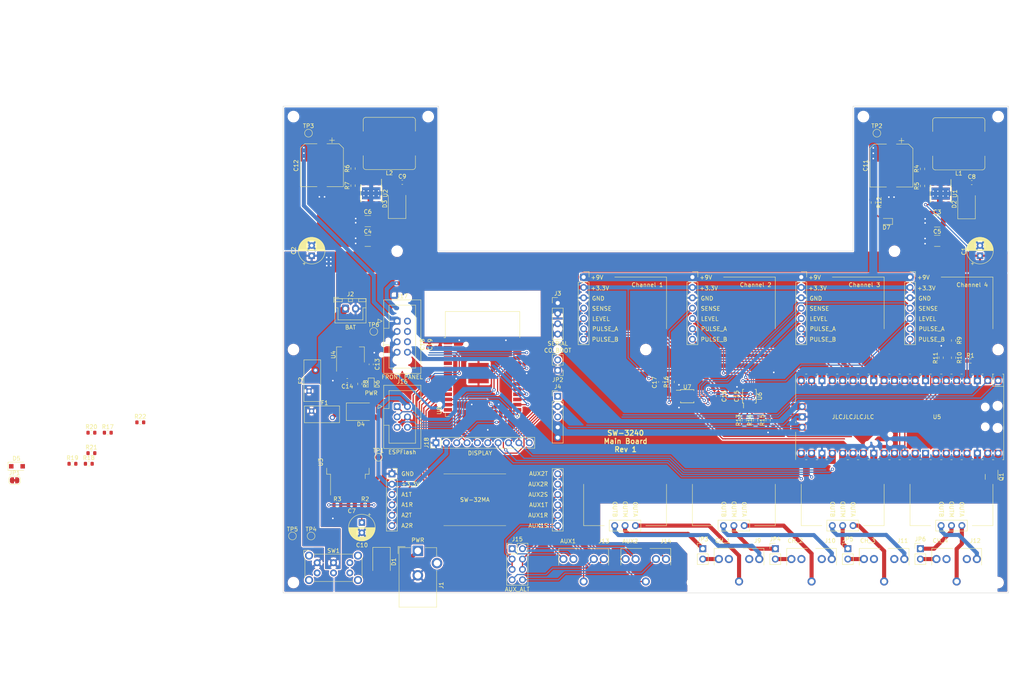
<source format=kicad_pcb>
(kicad_pcb (version 20211014) (generator pcbnew)
  (title_block (title "SW-3240") (date "2022-02-05") (rev "1") (company "saawsm"))
  (layers (0 "F.Cu" signal) (31 "B.Cu" signal) (34 "B.Paste" user) (35 "F.Paste" user) (36 "B.SilkS" user "B.Silkscreen") (37 "F.SilkS" user "F.Silkscreen") (38 "B.Mask" user) (39 "F.Mask" user) (44 "Edge.Cuts" user))
  (net 0 "")
  (net 1 "GND")
  (net 2 "+12V")
  (net 3 "Net-(C7-Pad1)")
  (net 4 "+5V")
  (net 5 "+9V")
  (net 6 "Net-(C9-Pad1)")
  (net 7 "Net-(C10-Pad1)")
  (net 8 "Net-(C8-Pad1)")
  (net 9 "Net-(C8-Pad2)")
  (net 10 "Net-(C9-Pad2)")
  (net 11 "Net-(D1-Pad2)")
  (net 12 "Net-(D7-Pad2)")
  (net 14 "Net-(D4-Pad1)")
  (net 15 "Net-(D5-Pad2)")
  (net 16 "+3V3")
  (net 18 "Net-(F2-Pad2)")
  (net 19 "/Controller/RXD0")
  (net 20 "/Controller/TXD0")
  (net 21 "/Controller/SWCLK")
  (net 22 "/Controller/SWD")
  (net 23 "/Controller/~{RST}")
  (net 24 "/Controller/CH1_SENSE")
  (net 25 "/Controller/CH1_LVL")
  (net 26 "/Controller/CH1_PA")
  (net 27 "/Controller/CH1_PB")
  (net 28 "Net-(J5-Pad8)")
  (net 29 "Net-(J5-Pad9)")
  (net 30 "Net-(J5-Pad10)")
  (net 31 "/Controller/CH2_SENSE")
  (net 32 "/Controller/CH2_LVL")
  (net 33 "/Controller/CH2_PA")
  (net 34 "/Controller/CH2_PB")
  (net 35 "Net-(J10-PadS)")
  (net 36 "Net-(J6-Pad9)")
  (net 37 "Net-(J10-PadT)")
  (net 38 "/Controller/CH3_SENSE")
  (net 39 "/Controller/CH3_LVL")
  (net 40 "/Controller/CH3_PA")
  (net 41 "/Controller/CH3_PB")
  (net 42 "Net-(J11-PadS)")
  (net 43 "Net-(J7-Pad9)")
  (net 44 "Net-(D6-Pad2)")
  (net 45 "Net-(J11-PadT)")
  (net 46 "/Controller/CH4_SENSE")
  (net 47 "/Controller/CH4_LVL")
  (net 48 "/Controller/CH4_PA")
  (net 49 "/Controller/CH4_PB")
  (net 50 "Net-(J12-PadS)")
  (net 51 "Net-(J8-Pad9)")
  (net 52 "Net-(J12-PadT)")
  (net 53 "Net-(J9-PadR)")
  (net 56 "Net-(J10-PadR)")
  (net 59 "Net-(J11-PadR)")
  (net 62 "Net-(J12-PadR)")
  (net 65 "Net-(J13-PadR)")
  (net 66 "/Comms Controller/AUX1RN")
  (net 67 "/Comms Controller/AUX1S")
  (net 68 "Net-(J13-PadT)")
  (net 69 "/Comms Controller/AUX1TN")
  (net 70 "Net-(J14-PadR)")
  (net 71 "/Comms Controller/AUX2RN")
  (net 76 "/Comms Controller/AUX2S")
  (net 77 "Net-(J14-PadT)")
  (net 78 "/Comms Controller/AUX2TN")
  (net 79 "/Comms Controller/~{RST}")
  (net 80 "/Comms Controller/TXD")
  (net 81 "/Comms Controller/RXD")
  (net 82 "Net-(F1-Pad2)")
  (net 83 "/Comms Controller/~{BOOT{slash}INT}")
  (net 84 "/Comms Controller/SDA")
  (net 85 "/Comms Controller/SCL")
  (net 86 "/Comms Controller/LED_DATA")
  (net 87 "/Comms Controller/~{INT1}")
  (net 88 "/Comms Controller/~{INT2}")
  (net 89 "/Comms Controller/LCD_RST")
  (net 90 "/Comms Controller/LCD_DC")
  (net 91 "/Comms Controller/~{CARD_CS}")
  (net 92 "/Comms Controller/~{LCD_CS}")
  (net 93 "/Comms Controller/MOSI")
  (net 94 "/Comms Controller/SCK")
  (net 95 "/Comms Controller/MISO")
  (net 96 "/Comms Controller/LCD_LITE")
  (net 97 "/Comms Controller/AUX1T")
  (net 98 "/Comms Controller/AUX1R")
  (net 99 "/Comms Controller/AUX2T")
  (net 100 "/Comms Controller/AUX2R")
  (net 101 "VBUS")
  (net 102 "/Controller/REG_EN")
  (net 103 "Net-(R2-Pad2)")
  (net 104 "Net-(R4-Pad1)")
  (net 105 "Net-(Q1-Pad2)")
  (net 106 "Net-(R6-Pad1)")
  (net 107 "Net-(R10-Pad1)")
  (net 108 "/Controller/VBAT_SENSE")
  (net 109 "/Controller/SCL_PER")
  (net 110 "/Controller/SDA_PER")
  (net 111 "/Controller/~{LDAC}")
  (net 112 "/Controller/~{RDY}")
  (net 116 "/Comms Controller/~{CS}")
  (net 117 "/Comms Controller/SLK")
  (net 118 "/Comms Controller/SD")
  (net 119 "/Comms Controller/WS")
  (net 133 "unconnected-(U8-Pad24)")
  (footprint "Resistor_SMD:R_0603_1608Metric" (layer "F.Cu") (at 84.85 98.59 90)
    (fp_text reference "R8")
    (fp_text value "1K")
  )
  (footprint "Resistor_SMD:R_0603_1608Metric" (layer "F.Cu") (at 230.388539 92.16541 -90)
    (fp_text reference "R10")
    (fp_text value "10K")
  )
  (footprint "TestPoint:TestPoint_Pad_D1.5mm" (layer "F.Cu") (at 68.326 135.89)
    (fp_text reference "TP5")
    (fp_text value "12V")
  )
  (footprint "Connector_PinHeader_2.54mm:PinHeader_1x02_P2.54mm_Vertical" (layer "F.Cu") (at 168.91 139.01)
    (fp_text reference "JP3")
    (fp_text value "JP1")
  )
  (footprint "SaawLib:SW-32MA_Socket" (layer "F.Cu") (at 113.03 125.73)
    (fp_text reference "J19")
    (fp_text value "SW-32MA")
  )
  (footprint "Capacitor_SMD:C_1210_3225Metric" (layer "F.Cu") (at 86.79 58.657097)
    (fp_text reference "C6")
    (fp_text value "10uF")
  )
  (footprint "Capacitor_SMD:C_0603_1608Metric" (layer "F.Cu") (at 81.775 97.765 180)
    (fp_text reference "C14")
    (fp_text value "10uF")
  )
  (footprint "Resistor_SMD:R_0603_1608Metric" (layer "F.Cu") (at 184.912 107.505 90)
    (fp_text reference "R15")
    (fp_text value "10K")
  )
  (footprint "Connector_IDC:IDC-Header_2x04_P2.54mm_Vertical" (layer "F.Cu") (at 93.98 83.185)
    (fp_text reference "J17")
    (fp_text value "FRONT_PANEL")
  )
  (footprint "LED_SMD:LED_0603_1608Metric" (layer "F.Cu") (at 213.939528 58.735 180)
    (fp_text reference "D7")
    (fp_text value locked "BLUE")
  )
  (footprint "Capacitor_SMD:C_0603_1608Metric" (layer "F.Cu") (at 82.84 128.27 180)
    (fp_text reference "C7")
    (fp_text value "470nF")
  )
  (footprint "MountingHole:MountingHole_2.2mm_M2" (layer "F.Cu") (at 241.3 33.02)
    (fp_text reference "H11" hide)
    (fp_text value "MountingHole" hide)
  )
  (footprint "Resistor_SMD:R_0603_1608Metric" (layer "F.Cu") (at 14.4 118.18)
    (fp_text reference "R19")
    (fp_text value "10K")
  )
  (footprint "Capacitor_THT:CP_Radial_D6.3mm_P2.50mm" (layer "F.Cu") (at 73.036245 67.146192 90)
    (fp_text reference "C2")
    (fp_text value "100uF")
  )
  (footprint "Inductor_SMD:L_Bourns_SRR1260" (layer "F.Cu") (at 92.075 39.607097 180)
    (fp_text reference "L2")
    (fp_text value "15uH")
  )
  (footprint "Diode_SMD:D_SMB" (layer "F.Cu") (at 233.5675 54.535 90)
    (fp_text reference "D2")
    (fp_text value "SSB44-E3")
  )
  (footprint "Capacitor_SMD:CP_Elec_10x7.9" (layer "F.Cu") (at 215.1525 45.02 -90)
    (fp_text reference "C11")
    (fp_text value "180uF")
  )
  (footprint "Capacitor_SMD:C_0603_1608Metric" (layer "F.Cu") (at 95.25 49.132097)
    (fp_text reference "C9")
    (fp_text value "10nF")
  )
  (footprint "Button_Switch_THT:SW_E-Switch_EG2219_DPDT_Angled" (layer "F.Cu") (at 74.39 142.45)
    (fp_text reference "SW1")
    (fp_text value "PWR_SW")
  )
  (footprint "Diode_SMD:D_SOD-123F" (layer "F.Cu") (at 0.805 118.79)
    (fp_text reference "D5")
    (fp_text value "Diode")
  )
  (footprint "Resistor_SMD:R_0603_1608Metric" (layer "F.Cu") (at 86.14 128.27)
    (fp_text reference "R2")
    (fp_text value "10K")
  )
  (footprint "Resistor_SMD:R_0603_1608Metric" (layer "F.Cu") (at 83.185 49.957097 90)
    (fp_text reference "R7")
    (fp_text value "3.24K")
  )
  (footprint "MountingHole:MountingHole_2.2mm_M2" (layer "F.Cu") (at 215.9 66.04)
    (fp_text reference "H4" hide)
    (fp_text value "MountingHole" hide)
  )
  (footprint "Connector_PinHeader_2.54mm:PinHeader_1x02_P2.54mm_Vertical" (layer "F.Cu") (at 186.69 139.01)
    (fp_text reference "JP4")
    (fp_text value "JP2")
  )
  (footprint "MountingHole:MountingHole_2.2mm_M2" (layer "F.Cu") (at 101.6 33.02)
    (fp_text reference "H3" hide)
    (fp_text value "MountingHole" hide)
  )
  (footprint "Capacitor_SMD:C_1210_3225Metric" (layer "F.Cu") (at 226.3775 58.735)
    (fp_text reference locked "C3")
    (fp_text value "10uF")
  )
  (footprint "Capacitor_SMD:C_0603_1608Metric" (layer "F.Cu") (at 158.598 98.107 -90)
    (fp_text reference "C17")
    (fp_text value "100nF")
  )
  (footprint "Package_SO:TI_SO-PowerPAD-8_ThermalVias" (layer "F.Cu") (at 87.63 51.832097 -90)
    (fp_text reference "U2")
    (fp_text value "TPS5430DDA")
  )
  (footprint "Resistor_SMD:R_0603_1608Metric" (layer "F.Cu") (at 161.392 98.107 90)
    (fp_text reference "R16")
    (fp_text value "10K")
  )
  (footprint "LED_SMD:LED_0603_1608Metric" (layer "F.Cu") (at 87.63 98.6275 -90)
    (fp_text reference "D6")
    (fp_text value "GREEN")
  )
  (footprint "SaawLib:STX-3100-5N" (layer "F.Cu") (at 139.7 146.05)
    (fp_text reference "J13")
    (fp_text value "AUX1")
  )
  (footprint "TestPoint:TestPoint_Pad_D1.5mm" (layer "F.Cu") (at 89.408 116.586)
    (fp_text reference "TP1")
    (fp_text value "14V")
  )
  (footprint "Connector_PinHeader_2.54mm:PinHeader_1x04_P2.54mm_Vertical" (layer "F.Cu") (at 133.35 78.74)
    (fp_text reference "J3")
    (fp_text value "SERIAL")
  )
  (footprint "Resistor_SMD:R_0603_1608Metric" (layer "F.Cu") (at 23.06 110.55)
    (fp_text reference "R17")
    (fp_text value "10K")
  )
  (footprint "SaawLib:BarrelJack_CUI_PJ-102AH_Horizontal" (layer "F.Cu") (at 99.06 139.542)
    (fp_text reference "J1")
    (fp_text value "PWR")
  )
  (footprint "SaawLib:SW-32MO_Socket" (layer "F.Cu") (at 176.53 102.865 -90)
    (fp_text reference "J6")
    (fp_text value "Channel 2")
  )
  (footprint "MountingHole:MountingHole_2.2mm_M2" (layer "F.Cu") (at 68.58 147.32)
    (fp_text reference "H10" hide)
    (fp_text value "MountingHole" hide)
  )
  (footprint "Fuse:Fuse_BelFuse_0ZRE0005FF_L8.3mm_W3.8mm" (layer "F.Cu") (at 78.115 106.845 180)
    (fp_text reference "F1")
    (fp_text value "1A")
  )
  (footprint "SaawLib:SW-32MO_Socket" (layer "F.Cu") (at 229.87 102.865 -90)
    (fp_text reference "J8")
    (fp_text value "Channel 4")
  )
  (footprint "Capacitor_SMD:C_0603_1608Metric" (layer "F.Cu") (at 172.72 101.6 -90)
    (fp_text reference "C16")
    (fp_text value "100nF")
  )
  (footprint "TestPoint:TestPoint_Pad_D1.5mm" (layer "F.Cu") (at 72.263 37.084 -90)
    (fp_text reference "TP3")
    (fp_text value locked "5V")
  )
  (footprint "Resistor_SMD:R_0603_1608Metric" (layer "F.Cu") (at 179.07 107.505 90)
    (fp_text reference "R13")
    (fp_text value "4.7K")
  )
  (footprint "Connector_PinHeader_2.54mm:PinHeader_1x02_P2.54mm_Vertical" (layer "F.Cu") (at 204.47 139.01)
    (fp_text reference "JP5")
    (fp_text value "JP3")
  )
  (footprint "Fuse:Fuse_BelFuse_0ZRE0016FF_L9.9mm_W3.8mm" (layer "F.Cu") (at 72.39 100.34 90)
    (fp_text reference "F2")
    (fp_text value "4A")
  )
  (footprint "Resistor_SMD:R_0603_1608Metric" (layer "F.Cu") (at 19.05 115.57)
    (fp_text reference "R21")
    (fp_text value "10K")
  )
  (footprint "Inductor_SMD:L_Bourns_SRR1260" (layer "F.Cu") (at 231.6625 39.685 180)
    (fp_text reference "L1")
    (fp_text value "15uH")
  )
  (footprint "Package_TO_SOT_SMD:SOT-23" (layer "F.Cu") (at 239.700712 121.393889 -90)
    (fp_text reference "Q1")
    (fp_text value "DMG2301L-7")
  )
  (footprint "Capacitor_SMD:C_0603_1608Metric" (layer "F.Cu") (at 234.8375 49.21)
    (fp_text reference "C8")
    (fp_text value "10nF")
  )
  (footprint "SaawLib:STX-3100-5N" (layer "F.Cu") (at 154.94 146.05)
    (fp_text reference "J14")
    (fp_text value "AUX2")
  )
  (footprint "Connector_PinHeader_2.54mm:PinHeader_1x02_P2.54mm_Vertical" (layer "F.Cu") (at 222.25 139.01)
    (fp_text reference "JP6")
    (fp_text value "JP4")
  )
  (footprint "Resistor_SMD:R_0603_1608Metric" (layer "F.Cu") (at 234.505 92.964)
    (fp_text reference "R1")
    (fp_text value "100K")
  )
  (footprint "Resistor_SMD:R_0603_1608Metric" (layer "F.Cu") (at 227.340539 92.16541 90)
    (fp_text reference "R11")
    (fp_text value "4.7K")
  )
  (footprint "TestPoint:TestPoint_Pad_D1.5mm" (layer "F.Cu") (at 88.265 85.725)
    (fp_text reference "TP6")
    (fp_text value "3.3V")
  )
  (footprint "Package_SO:TSSOP-10_3x3mm_P0.5mm" (layer "F.Cu") (at 165.1 101.6)
    (fp_text reference "U7")
    (fp_text value "ADS1015")
  )
  (footprint "SaawLib:STX-3100-5N" (layer "F.Cu") (at 213.36 146.05)
    (fp_text reference "J11")
    (fp_text value "CH_3")
  )
  (footprint "SaawLib:STX-3100-5N" (layer "F.Cu") (at 195.58 146.05)
    (fp_text reference "J10")
    (fp_text value "CH_2")
  )
  (footprint "Resistor_SMD:R_0603_1608Metric" (layer "F.Cu") (at 230.388539 87.9348 -90)
    (fp_text reference "R9")
    (fp_text value "10K")
  )
  (footprint "SaawLib:SW-32MO_Socket" (layer "F.Cu") (at 203.2 102.865 -90)
    (fp_text reference "J7")
    (fp_text value "Channel 3")
  )
  (footprint "MountingHole:MountingHole_2.2mm_M2" (layer "F.Cu") (at 68.58 90.17)
    (fp_text reference "H1" hide)
    (fp_text value "MountingHole" hide)
  )
  (footprint "Connector_JST:JST_XH_B2B-XH-A_1x02_P2.50mm_Vertical" (layer "F.Cu") (at 81.3 80.12)
    (fp_text reference "J2")
    (fp_text value "BAT")
  )
  (footprint "Connector_PinHeader_2.54mm:PinHeader_2x04_P2.54mm_Vertical" (layer "F.Cu") (at 122.174 139.01)
    (fp_text reference "J15")
    (fp_text value "AUX_ALT")
  )
  (footprint "Capacitor_SMD:C_1210_3225Metric" (layer "F.Cu") (at 226.3775 63.5)
    (fp_text reference locked "C5")
    (fp_text value "10uF")
  )
  (footprint "Capacitor_THT:CP_Radial_D6.3mm_P2.50mm" (layer "F.Cu") (at 85.344 132.588 -90)
    (fp_text reference "C10")
    (fp_text value "100uF")
  )
  (footprint "Connector_PinHeader_2.54mm:PinHeader_1x02_P2.54mm_Vertical" (layer "F.Cu") (at 133.35 95.25 180)
    (fp_text reference "JP2")
    (fp_text value "CO_BOOT")
  )
  (footprint "MountingHole:MountingHole_2.2mm_M2" (layer "F.Cu") (at 208.28 33.02)
    (fp_text reference "H6" hide)
    (fp_text value "MountingHole" hide)
  )
  (footprint "Connector_IDC:IDC-Header_2x03_P2.54mm_Vertical" (layer "F.Cu") (at 93.98 104.14)
    (fp_text reference "J16")
    (fp_text value "ESPFlash")
  )
  (footprint "Package_SO:TI_SO-PowerPAD-8_ThermalVias" (layer "F.Cu") (at 227.2175 51.91 -90)
    (fp_text reference "U1")
    (fp_text value "TPS5430DDA")
  )
  (footprint "Capacitor_SMD:C_0603_1608Metric" (layer "F.Cu") (at 87.63 93.79 90)
    (fp_text reference "C13")
    (fp_text value "10uF")
  )
  (footprint "MountingHole:MountingHole_2.2mm_M2" (layer "F.Cu") (at 93.98 66.04)
    (fp_text reference "H9" hide)
    (fp_text value "MountingHole" hide)
  )
  (footprint "MountingHole:MountingHole_2.2mm_M2" (layer "F.Cu") (at 166.37 147.32)
    (fp_text reference "H7" hide)
    (fp_text value "MountingHole")
  )
  (footprint "MountingHole:MountingHole_2.2mm_M2" (layer "F.Cu") (at 241.3 147.32)
    (fp_text reference "H12" hide)
    (fp_text value "MountingHole" hide)
  )
  (footprint "Capacitor_SMD:C_0603_1608Metric" (layer "F.Cu") (at 175.768 101.6 -90)
    (fp_text reference "C15")
    (fp_text value "10uF")
  )
  (footprint "Resistor_SMD:R_0603_1608Metric" (layer "F.Cu") (at 222.7725 50.035 90)
    (fp_text reference "R5")
    (fp_text value "1.5K")
  )
  (footprint "Capacitor_SMD:C_1210_3225Metric" (layer "F.Cu") (at 86.79 63.5)
    (fp_text reference "C4")
    (fp_text value "10uF")
  )
  (footprint "Resistor_SMD:R_0603_1608Metric" (layer "F.Cu") (at 31.03 108.02)
    (fp_text reference "R22")
    (fp_text value "10K")
  )
  (footprint "Resistor_SMD:R_0603_1608Metric" (layer "F.Cu") (at 79.34 128.27)
    (fp_text reference "R3")
    (fp_text value "1K")
  )
  (footprint "Resistor_SMD:R_0603_1608Metric" (layer "F.Cu") (at 181.864 107.505 90)
    (fp_text reference "R14")
    (fp_text value "4.7K")
  )
  (footprint "RF_Module:ESP32-WROOM-32" (layer "F.Cu") (at 114.935 96.69)
    (fp_text reference "U8")
    (fp_text value "ESP32-WROOM-32D")
  )
  (footprint "Resistor_SMD:R_0603_1608Metric" (layer "F.Cu") (at 83.185 45.767097 90)
    (fp_text reference "R6")
    (fp_text value "10K")
  )
  (footprint "Connector_PinHeader_2.54mm:PinHeader_1x05_P2.54mm_Vertical" (layer "F.Cu") (at 133.35 101.6)
    (fp_text reference "J4")
    (fp_text value "SWD")
  )
  (footprint "SaawLib:SW-32MO_Socket" (layer "F.Cu") (at 149.86 102.865 -90)
    (fp_text reference "J5")
    (fp_text value "Channel 1")
  )
  (footprint "Capacitor_THT:CP_Radial_D6.3mm_P2.50mm" (layer "F.Cu") (at 236.855 67.146192 90)
    (fp_text reference "C1")
    (fp_text value "100uF")
  )
  (footprint "SaawLib:RPi_Pico_SMD" (layer "F.Cu") (at 217.17 106.68 -90)
    (fp_text reference "U5")
    (fp_text value "Pico")
  )
  (footprint "Jumper:SolderJumper-2_P1.3mm_Bridged_RoundedPad1.0x1.5mm" (layer "F.Cu") (at 0.22 122.24)
    (fp_text reference "JP1")
    (fp_text value "USB_PWR")
  )
  (footprint "Resistor_SMD:R_0603_1608Metric" (layer "F.Cu") (at 210.7075 54.102 90)
    (fp_text reference "R12")
    (fp_text value "1.5K")
  )
  (footprint "Capacitor_SMD:C_0603_1608Metric" (layer "F.Cu") (at 101.6 88.93 90)
    (fp_text reference "C18")
    (fp_text value "10uF")
  )
  (footprint "Capacitor_SMD:CP_Elec_10x12.6" (layer "F.Cu") (at 75.565 44.942097 -90)
    (fp_text reference "C12")
    (fp_text value "330uF")
  )
  (footprint "TestPoint:TestPoint_Pad_D1.5mm" (layer "F.Cu") (at 211.582 37.084 -90)
    (fp_text reference "TP2")
    (fp_text value "9.2V")
  )
  (footprint "Diode_SMD:D_SMB" (layer "F.Cu") (at 85.09 105.41)
    (fp_text reference "D4")
    (fp_text value locked "SSB44-E3")
  )
  (footprint "Package_TO_SOT_SMD:SOT-223-3_TabPin2" (layer "F.Cu") (at 82.55 91.415 90)
    (fp_text reference "U4")
    (fp_text value "NCP1117-3.3")
  )
  (footprint "Package_SO:MSOP-10_3x3mm_P0.5mm" (layer "F.Cu") (at 180.34 101.6 90)
    (fp_text reference "U6")
    (fp_text value "MCP4728")
  )
  (footprint "MountingHole:MountingHole_2.2mm_M2" (layer "F.Cu") (at 154.94 90.17)
    (fp_text reference "H5" hide)
    (fp_text value "MountingHole" hide)
  )
  (footprint "SaawLib:STX-3100-5N" (layer "F.Cu") (at 231.14 146.05)
    (fp_text reference "J12")
    (fp_text value "CH_4")
  )
  (footprint "Diode_SMD:D_SMB" (layer "F.Cu") (at 90.17 142.24 -90)
    (fp_text reference "D1")
    (fp_text value "SSB44-E3")
  )
  (footprint "TestPoint:TestPoint_Pad_D1.5mm" (layer "F.Cu") (at 72.898 135.89)
    (fp_text reference "TP4")
    (fp_text value "VBAT")
  )
  (footprint "Package_TO_SOT_SMD:TO-263-5_TabPin3" (layer "F.Cu") (at 81.915 117.79 90)
    (fp_text reference "U3")
    (fp_text value "LM2941")
  )
  (footprint "Capacitor_SMD:C_0603_1608Metric" (layer "F.Cu") (at 103.505 88.93 90)
    (fp_text reference "C19")
    (fp_text value "100nF")
  )
  (footprint "Diode_SMD:D_SMB" (layer "F.Cu") (at 93.98 54.457097 90)
    (fp_text reference "D3")
    (fp_text value "SSB44-E3")
  )
  (footprint "SaawLib:STX-3100-5N" (layer "F.Cu") (at 177.8 146.05)
    (fp_text reference "J9")
    (fp_text value "CH_1")
  )
  (footprint "MountingHole:MountingHole_2.2mm_M2" (layer "F.Cu") (at 68.58 33.02)
    (fp_text reference "H8" hide)
    (fp_text value "MountingHole" hide)
  )
  (footprint "Resistor_SMD:R_0603_1608Metric" (layer "F.Cu") (at 222.7725 45.845 90)
    (fp_text reference "R4")
    (fp_text value "10K")
  )
  (footprint "Resistor_SMD:R_0603_1608Metric" (layer "F.Cu") (at 18.41 118.18)
    (fp_text reference "R18")
    (fp_text value "10K")
  )
  (footprint "MountingHole:MountingHole_2.2mm_M2" (layer "F.Cu") (at 241.3 90.17)
    (fp_text reference "H2" hide)
    (fp_text value "MountingHole" hide)
  )
  (footprint "Resistor_SMD:R_0603_1608Metric" (layer "F.Cu") (at 19.05 110.55)
    (fp_text reference "R20")
    (fp_text value "10K")
  )
  (footprint "Connector_PinHeader_2.54mm:PinHeader_1x10_P2.54mm_Vertical" (layer "F.Cu") (at 103.51 113.03 90)
    (fp_text reference "J18")
    (fp_text value "DISPLAY")
  )
  (gr_line (start 243.84 149.86) (end 243.84 30.48) (layer "Edge.Cuts") (width 0.1))
  (gr_line (start 104.14 30.48) (end 104.14 66.04) (layer "Edge.Cuts") (width 0.1))
  (gr_line locked (start 66.04 149.86) (end 243.84 149.86) (layer "Edge.Cuts") (width 0.1))
  (gr_line (start 205.74 30.48) (end 205.74 66.04) (layer "Edge.Cuts") (width 0.1))
  (gr_line (start 243.84 30.48) (end 205.74 30.48) (layer "Edge.Cuts") (width 0.1))
  (gr_line (start 104.14 30.48) (end 66.04 30.48) (layer "Edge.Cuts") (width 0.1))
  (gr_line (start 66.04 30.48) (end 66.04 149.86) (layer "Edge.Cuts") (width 0.1))
  (gr_line (start 205.74 66.04) (end 104.14 66.04) (layer "Edge.Cuts") (width 0.1))
  (gr_text "JLCJLCJLCJLC" (at 205.74 106.68) (layer "F.SilkS") (effects (font (size 1 1))))
  (gr_text "SW-3240\nMain Board\nRev 1" (at 149.987 112.649) (layer "F.SilkS") (effects (font (size 1.25 1.25) (thickness 0.25))))
  (segment (start 86.995 52.497097) (end 86.93 52.432097) (width 0.5) (layer "F.Cu") (net 1))
  (segment (start 162.95 101.6) (end 164.084 101.6) (width 0.2) (layer "F.Cu") (net 1))
  (segment (start 226.5825 54.61) (end 226.5825 52.545) (width 0.5) (layer "F.Cu") (net 1))
  (segment (start 162.95 101.6) (end 161.544 101.6) (width 0.2) (layer "F.Cu") (net 1))
  (segment (start 86.995 54.532097) (end 86.995 52.497097) (width 0.5) (layer "F.Cu") (net 1))
  (segment (start 226.5825 52.545) (end 227.2175 51.91) (width 0.5) (layer "F.Cu") (net 1))
  (segment (start 162.95 100.6) (end 164.449 100.6) (width 0.2) (layer "F.Cu") (net 1))
  (via (at 78.232 131.572) (size 0.8) (drill 0.4) (layers "F.Cu" "B.Cu") (net 1))
  (via (at 223.396465 62.926) (size 0.8) (drill 0.4) (layers "F.Cu" "B.Cu") (net 1))
  (via (at 116.205 109.855) (size 0.8) (drill 0.4) (layers "F.Cu" "B.Cu") (net 1))
  (via (at 109.22 87.884) (size 0.8) (drill 0.4) (layers "F.Cu" "B.Cu") (net 1))
  (via (at 83.82 64.135) (size 0.8) (drill 0.4) (layers "F.Cu" "B.Cu") (net 1))
  (via (at 215.7875 52.766) (size 0.8) (drill 0.4) (layers "F.Cu" "B.Cu") (net 1))
  (via (at 227.368871 89.249102) (size 0.8) (drill 0.4) (layers "F.Cu" "B.Cu") (net 1))
  (via (at 118.872 103.632) (size 0.8) (drill 0.4) (layers "F.Cu" "B.Cu") (net 1))
  (via (at 223.4075 58.097065) (size 0.8) (drill 0.4) (layers "F.Cu" "B.Cu") (net 1))
  (via (at 74.93 52.705) (size 0.8) (drill 0.4) (layers "F.Cu" "B.Cu") (net 1))
  (via (at 177.292 99.314) (size 0.8) (drill 0.4) (layers "F.Cu" "B.Cu") (net 1))
  (via (at 83.82 62.865) (size 0.8) (drill 0.4) (layers "F.Cu" "B.Cu") (net 1))
  (via (at 184.912 110.49) (size 0.8) (drill 0.4) (layers "F.Cu" "B.Cu") (net 1))
  (via (at 88.392 90.932) (size 0.8) (drill 0.4) (layers "F.Cu" "B.Cu") (net 1))
  (via (at 71.12 41.9735) (size 0.8) (drill 0.4) (layers "F.Cu" "B.Cu") (net 1))
  (via (at 163.068 104.394) (size 0.8) (drill 0.4) (layers "F.Cu" "B.Cu") (net 1))
  (via (at 223.396465 64.196) (size 0.8) (drill 0.4) (layers "F.Cu" "B.Cu") (net 1))
  (via (at 76.2 52.705) (size 0.8) (drill 0.4) (layers "F.Cu" "B.Cu") (net 1))
  (via (at 163.068 98.806) (size 0.8) (drill 0.4) (layers "F.Cu" "B.Cu") (net 1))
  (via (at 112.268 103.632) (size 0.8) (drill 0.4) (layers "F.Cu" "B.Cu") (net 1))
  (via (at 83.831035 59.055) (size 0.8) (drill 0.4) (layers "F.Cu" "B.Cu") (net 1))
  (via (at 78.232 97.79) (size 0.8) (drill 0.4) (layers "F.Cu" "B.Cu") (net 1))
  (via (at 108.458 97.282) (size 0.8) (drill 0.4) (layers "F.Cu" "B.Cu") (net 1))
  (via (at 71.12 43.307) (size 0.8) (drill 0.4) (layers "F.Cu" "B.Cu") (net 1))
  (via (at 214.5175 52.766) (size 0.8) (drill 0.4) (layers "F.Cu" "B.Cu") (net 1))
  (via (at 120.65 87.884) (size 0.8) (drill 0.4) (layers "F.Cu" "B.Cu") (net 1))
  (via (at 223.4075 59.116) (size 0.8) (drill 0.4) (layers "F.Cu" "B.Cu") (net 1))
  (via (at 71.12 40.64) (size 0.8) (drill 0.4) (layers "F.Cu" "B.Cu") (net 1))
  (via (at 186.309 95.758) (size 0.8) (drill 0.4) (layers "F.Cu" "B.Cu") (net 1))
  (via (at 83.831035 58.036065) (size 0.8) (drill 0.4) (layers "F.Cu" "B.Cu") (net 1))
  (via (at 125.73 96.012) (size 0.8) (drill 0.4) (layers "F.Cu" "B.Cu") (net 1))
  (segment (start 92.329 82.55) (end 88.265 78.486) (width 1) (layer "B.Cu") (net 1))
  (segment (start 88.265 72.009) (end 71.12 54.864) (width 1) (layer "B.Cu") (net 1))
  (segment (start 88.265 78.486) (end 88.265 72.009) (width 1) (layer "B.Cu") (net 1))
  (segment (start 71.12 54.864) (end 71.12 41.91) (width 1) (layer "B.Cu") (net 1))
  (segment (start 71.12 40.64) (end 71.12 41.91) (width 1) (layer "B.Cu") (net 1))
  (segment (start 93.98 82.55) (end 92.329 82.55) (width 1) (layer "B.Cu") (net 1))
  (segment (start 230.388539 87.1098) (end 230.388539 71.028939) (width 0.3) (layer "F.Cu") (net 2))
  (segment (start 88.265 54.532097) (end 88.265 66.421) (width 0.6) (layer "F.Cu") (net 2))
  (segment (start 227.8525 63.5) (end 227.8525 66.403379) (width 0.6) (layer "F.Cu") (net 2))
  (segment (start 227.8525 63.5) (end 227.8525 54.61) (width 0.6) (layer "F.Cu") (net 2))
  (segment (start 227.8525 66.403379) (end 227.853166 66.404045) (width 0.5) (layer "F.Cu") (net 2))
  (via (at 76.724 69.58) (size 0.8) (drill 0.4) (layers "F.Cu" "B.Cu") (net 2))
  (via (at 77.724 67.58) (size 0.8) (drill 0.4) (layers "F.Cu" "B.Cu") (net 2))
  (via (at 76.724 67.58) (size 0.8) (drill 0.4) (layers "F.Cu" "B.Cu") (net 2))
  (via (at 77.724 69.58) (size 0.8) (drill 0.4) (layers "F.Cu" "B.Cu") (net 2))
  (via (at 76.724 68.58) (size 0.8) (drill 0.4) (layers "F.Cu" "B.Cu") (net 2))
  (via (at 77.724 68.58) (size 0.8) (drill 0.4) (layers "F.Cu" "B.Cu") (net 2))
  (segment (start 83.615 128.27) (end 83.615 136.163042) (width 1) (layer "F.Cu") (net 3))
  (segment (start 84.52234 137.070382) (end 87.150382 137.070382) (width 1) (layer "F.Cu") (net 3))
  (segment (start 83.615 136.163042) (end 84.52234 137.070382) (width 1) (layer "F.Cu") (net 3))
  (segment (start 83.615 128.27) (end 83.615 123.565) (width 1) (layer "F.Cu") (net 3))
  (segment (start 87.150382 137.070382) (end 90.17 140.09) (width 1) (layer "F.Cu") (net 3))
  (segment (start 84.85 97.765) (end 84.85 94.565) (width 0.3) (layer "F.Cu") (net 4))
  (segment (start 87.63 94.565) (end 84.85 94.565) (width 0.3) (layer "F.Cu") (net 4))
  (segment (start 83.185 44.942097) (end 73.606462 44.942097) (width 0.3) (layer "F.Cu") (net 4))
  (segment (start 73.025 44.360635) (end 73.025 39.607097) (width 0.3) (layer "F.Cu") (net 4))
  (segment (start 73.606462 44.942097) (end 73.025 44.360635) (width 0.3) (layer "F.Cu") (net 4))
  (segment (start 84.85 94.565) (end 84.85 91.69174) (width 1) (layer "F.Cu") (net 4))
  (segment (start 213.1225 45.02) (end 212.6125 44.51) (width 0.3) (layer "F.Cu") (net 5))
  (segment (start 210.7075 53.277) (end 210.7075 43.2925) (width 0.3) (layer "F.Cu") (net 5))
  (segment (start 222.7725 45.02) (end 213.1225 45.02) (width 0.3) (layer "F.Cu") (net 5))
  (segment (start 212.6125 44.51) (end 212.6125 39.685) (width 0.3) (layer "F.Cu") (net 5))
  (via (at 210.7075 40.701) (size 0.8) (drill 0.4) (layers "F.Cu" "B.Cu") (net 5))
  (via (at 210.7075 42.004) (size 0.8) (drill 0.4) (layers "F.Cu" "B.Cu") (net 5))
  (via (at 210.7075 43.307) (size 0.8) (drill 0.4) (layers "F.Cu" "B.Cu") (net 5))
  (segment (start 210.7075 40.701) (end 210.7075 53.401) (width 2) (layer "B.Cu") (net 5))
  (segment (start 139.705 72.39) (end 209.55 72.39) (width 2) (layer "B.Cu") (net 5))
  (segment (start 210.7075 72.451) (end 210.7075 53.401) (width 2) (layer "B.Cu") (net 5))
  (segment (start 219.705 72.39) (end 209.55 72.39) (width 2) (layer "B.Cu") (net 5))
  (segment (start 89.535 49.132097) (end 94.475 49.132097) (width 0.3) (layer "F.Cu") (net 6))
  (segment (start 85.344 132.588) (end 85.315 132.559) (width 0.3) (layer "F.Cu") (net 7))
  (segment (start 89.408 107.440677) (end 89.408 121.412) (width 1) (layer "F.Cu") (net 7))
  (segment (start 85.315 132.559) (end 85.315 128.27) (width 0.3) (layer "F.Cu") (net 7))
  (segment (start 87.377323 105.41) (end 89.408 107.440677) (width 1) (layer "F.Cu") (net 7))
  (segment (start 85.315 128.27) (end 85.315 123.565) (width 0.3) (layer "F.Cu") (net 7))
  (segment (start 87.255 123.565) (end 85.315 123.565) (width 1) (layer "F.Cu") (net 7))
  (segment (start 89.408 121.412) (end 87.255 123.565) (width 1) (layer "F.Cu") (net 7))
  (segment (start 87.24 105.41) (end 87.377323 105.41) (width 1) (layer "F.Cu") (net 7))
  (segment (start 229.1225 49.21) (end 234.0625 49.21) (width 0.3) (layer "F.Cu") (net 8))
  (segment (start 90.17 144.39) (end 94.212 144.39) (width 1) (layer "F.Cu") (net 11))
  (segment (start 94.212 144.39) (end 99.06 139.542) (width 1) (layer "F.Cu") (net 11))
  (segment (start 213.152028 58.735) (end 210.7075 56.290472) (width 0.3) (layer "F.Cu") (net 12))
  (segment (start 210.7075 56.290472) (end 210.7075 54.927) (width 0.3) (layer "F.Cu") (net 12))
  (segment (start 79.55 105.41) (end 78.115 106.845) (width 1) (layer "F.Cu") (net 14))
  (segment (start 82.94 105.41) (end 79.55 105.41) (width 1) (layer "F.Cu") (net 14))
  (segment (start 219.7304 74.925) (end 219.71 74.925) (width 0.3) (layer "F.Cu") (net 16))
  (segment (start 82.55 99.949) (end 82.55 97.765) (width 1) (layer "F.Cu") (net 16))
  (segment (start 178.054 107.391177) (end 178.054 106.188) (width 0.3) (layer "F.Cu") (net 16))
  (segment (start 82.55 88.265) (end 82.55 94.565) (width 1) (layer "F.Cu") (net 16))
  (segment (start 139.415489 74.925) (end 132.329 74.925) (width 1) (layer "F.Cu") (net 16))
  (segment (start 172.72 99.822) (end 171.133358 98.235358) (width 0.3) (layer "F.Cu") (net 16))
  (segment (start 161.392 97.282) (end 158.648 97.282) (width 0.3) (layer "F.Cu") (net 16))
  (segment (start 106.320581 89.819419) (end 103.360581 89.819419) (width 0.3) (layer "F.Cu") (net 16))
  (segment (start 167.25 101.6) (end 168.402 101.6) (width 0.2) (layer "F.Cu") (net 16))
  (segment (start 239.700084 122.330761) (end 220.374761 122.330761) (width 0.3) (layer "F.Cu") (net 16))
  (segment (start 155.702 97.282) (end 158.648 97.282) (width 0.3) (layer "F.Cu") (net 16))
  (segment (start 82.55 88.265) (end 85.743658 88.265) (width 1) (layer "F.Cu") (net 16))
  (segment (start 132.329 74.925) (end 131.318 73.914) (width 1) (layer "F.Cu") (net 16))
  (segment (start 181.864 108.33) (end 179.07 108.33) (width 0.3) (layer "F.Cu") (net 16))
  (segment (start 172.72 100.825) (end 172.72 99.822) (width 0.3) (layer "F.Cu") (net 16))
  (segment (start 224.789689 80.009689) (end 224.789689 79.984289) (width 0.3) (layer "F.Cu") (net 16))
  (segment (start 175.768 100.825) (end 177.533 100.825) (width 0.3) (layer "F.Cu") (net 16))
  (segment (start 217.174153 119.130153) (end 217.174153 108.961847) (width 0.3) (layer "F.Cu") (net 16))
  (segment (start 179.34 103.8) (end 179.34 102.632) (width 0.2) (layer "F.Cu") (net 16))
  (segment (start 178.992823 108.33) (end 178.054 107.391177) (width 0.3) (layer "F.Cu") (net 16))
  (segment (start 179.07 108.33) (end 178.992823 108.33) (width 0.3) (layer "F.Cu") (net 16))
  (segment (start 96.535 104.14) (end 96.535 102.937919) (width 1) (layer "F.Cu") (net 16))
  (segment (start 96.535 102.937919) (end 95.070081 101.473) (width 1) (layer "F.Cu") (net 16))
  (segment (start 217.174153 108.961847) (end 224.789689 101.346311) (width 0.3) (layer "F.Cu") (net 16))
  (segment (start 224.789689 101.346311) (end 224.789689 80.009689) (width 0.3) (layer "F.Cu") (net 16))
  (segment (start 179.34 103.8) (end 179.34 104.902) (width 0.2) (layer "F.Cu") (net 16))
  (segment (start 177.533 100.825) (end 179.324 102.616) (width 0.3) (layer "F.Cu") (net 16))
  (segment (start 220.374761 122.330761) (end 217.174153 119.130153) (width 0.3) (layer "F.Cu") (net 16))
  (segment (start 178.054 106.188) (end 179.34 104.902) (width 0.3) (layer "F.Cu") (net 16))
  (segment (start 239.700712 122.331389) (end 239.700084 122.330761) (width 0.3) (layer "F.Cu") (net 16))
  (segment (start 172.72 100.825) (end 171.945 101.6) (width 0.3) (layer "F.Cu") (net 16))
  (segment (start 84.074 101.473) (end 82.55 99.949) (width 1) (layer "F.Cu") (net 16))
  (segment (start 131.318 73.914) (end 93.853 73.914) (width 1) (layer "F.Cu") (net 16))
  (segment (start 95.070081 101.473) (end 84.074 101.473) (width 1) (layer "F.Cu") (net 16))
  (segment (start 170.18 97.282) (end 171.133358 98.235358) (width 0.3) (layer "F.Cu") (net 16))
  (segment (start 82.55 94.565) (end 82.55 97.765) (width 1) (layer "F.Cu") (net 16))
  (segment (start 172.72 100.825) (end 175.768 100.825) (width 0.3) (layer "F.Cu") (net 16))
  (segment (start 139.7 74.925) (end 139.415489 74.925) (width 1) (layer "F.Cu") (net 16))
  (segment (start 171.945 101.6) (end 168.402 101.6) (width 0.3) (layer "F.Cu") (net 16))
  (segment (start 224.789689 79.984289) (end 219.7304 74.925) (width 0.3) (layer "F.Cu") (net 16))
  (segment (start 161.392 97.282) (end 170.18 97.282) (width 0.3) (layer "F.Cu") (net 16))
  (via (at 155.702 97.282) (size 0.8) (drill 0.4) (layers "F.Cu" "B.Cu") (net 16))
  (via (at 93.853 73.914) (size 0.8) (drill 0.4) (layers "F.Cu" "B.Cu") (net 16))
  (segment (start 89.408 104.521) (end 89.408 121.090081) (width 1) (layer "B.Cu") (net 16))
  (segment (start 92.71 123.19) (end 98.552 123.19) (width 1) (layer "B.Cu") (net 16))
  (segment (start 93.853 73.914) (end 92.837 73.914) (width 1) (layer "B.Cu") (net 16))
  (segment (start 92.837 73.914) (end 91.44 75.311) (width 1) (layer "B.Cu") (net 16))
  (segment (start 98.552 123.19) (end 106.05 115.692) (width 1) (layer "B.Cu") (net 16))
  (segment (start 89.408 121.090081) (end 91.507919 123.19) (width 1) (layer "B.Cu") (net 16))
  (segment (start 91.44 77.724) (end 93.726 80.01) (width 1) (layer "B.Cu") (net 16))
  (segment (start 96.535 104.137176) (end 94.505824 102.108) (width 1) (layer "B.Cu") (net 16))
  (segment (start 93.726 80.01) (end 93.98 80.01) (width 1) (layer "B.Cu") (net 16))
  (segment (start 106.05 115.692) (end 106.05 113.03) (width 1) (layer "B.Cu") (net 16))
  (segment (start 219.71 74.925) (end 150.617 74.925) (width 1) (layer "B.Cu") (net 16))
  (segment (start 91.821 102.108) (end 89.408 104.521) (width 1) (layer "B.Cu") (net 16))
  (segment (start 91.44 75.311) (end 91.44 77.724) (width 1) (layer "B.Cu") (net 16))
  (segment (start 150.617 92.197) (end 150.617 74.925) (width 0.3) (layer "B.Cu") (net 16))
  (segment (start 96.535 104.14) (end 96.535 104.137176) (width 1) (layer "B.Cu") (net 16))
  (segment (start 91.507919 123.19) (end 92.71 123.19) (width 1) (layer "B.Cu") (net 16))
  (segment (start 94.505824 102.108) (end 91.821 102.108) (width 1) (layer "B.Cu") (net 16))
  (segment (start 150.617 74.925) (end 139.7 74.925) (width 1) (layer "B.Cu") (net 16))
  (segment (start 155.702 97.282) (end 150.617 92.197) (width 0.3) (layer "B.Cu") (net 16))
  (segment (start 73.99 95.24) (end 73.99 87.43) (width 2) (layer "F.Cu") (net 18))
  (segment (start 73.99 87.43) (end 81.3 80.12) (width 2) (layer "F.Cu") (net 18))
  (segment (start 238.76 97.79) (end 235.03497 101.51503) (width 0.3) (layer "B.Cu") (net 19))
  (segment (start 191.839844 101.51503) (end 187.182876 106.171998) (width 0.3) (layer "B.Cu") (net 19))
  (segment (start 235.03497 101.51503) (end 191.839844 101.51503) (width 0.3) (layer "B.Cu") (net 19))
  (segment (start 187.182876 106.171998) (end 149.351998 106.171998) (width 0.3) (layer "B.Cu") (net 19))
  (segment (start 149.104498 106.72151) (end 187.41049 106.72151) (width 0.3) (layer "B.Cu") (net 20))
  (segment (start 192.06746 102.06454) (end 237.028982 102.06454) (width 0.3) (layer "B.Cu") (net 20))
  (segment (start 237.028982 102.06454) (end 241.3 97.793522) (width 0.3) (layer "B.Cu") (net 20))
  (segment (start 187.41049 106.72151) (end 192.06746 102.06454) (width 0.3) (layer "B.Cu") (net 20))
  (segment (start 241.3 97.793522) (end 241.3 97.79) (width 0.3) (layer "B.Cu") (net 20))
  (segment (start 193.27 104.14) (end 188.698 108.712) (width 0.3) (layer "B.Cu") (net 21))
  (segment (start 188.698 108.712) (end 140.462 108.712) (width 0.3) (layer "B.Cu") (net 21))
  (segment (start 193.22849 109.26151) (end 193.27 109.22) (width 0.3) (layer "B.Cu") (net 22))
  (segment (start 135.93151 109.26151) (end 193.22849 109.26151) (width 0.3) (layer "B.Cu") (net 22))
  (segment (start 139.7 80.005) (end 137.75349 81.95151) (width 0.3) (layer "F.Cu") (net 24))
  (segment (start 160.663 102.1) (end 162.95 102.1) (width 0.2) (layer "F.Cu") (net 24))
  (segment (start 156.718 102.108) (end 160.655 102.108) (width 0.3) (layer "F.Cu") (net 24))
  (segment (start 137.75349 81.95151) (end 137.75349 88.929906) (width 0.3) (layer "F.Cu") (net 24))
  (segment (start 144.496868 95.673284) (end 150.283284 95.673284) (width 0.3) (layer "F.Cu") (net 24))
  (segment (start 150.283284 95.673284) (end 156.718 102.108) (width 0.3) (layer "F.Cu") (net 24))
  (segment (start 137.75349 88.929906) (end 144.496868 95.673284) (width 0.3) (layer "F.Cu") (net 24))
  (segment (start 138.303 88.646) (end 144.759131 95.102131) (width 0.3) (layer "F.Cu") (net 25))
  (segment (start 139.7 82.545) (end 138.303 83.942) (width 0.3) (layer "F.Cu") (net 25))
  (segment (start 144.759131 95.102131) (end 179.668131 95.102131) (width 0.3) (layer "F.Cu") (net 25))
  (segment (start 138.303 83.942) (end 138.303 88.646) (width 0.3) (layer "F.Cu") (net 25))
  (segment (start 179.668131 95.102131) (end 181.34 96.774) (width 0.3) (layer "F.Cu") (net 25))
  (segment (start 181.34 99.4) (end 181.34 96.774) (width 0.2) (layer "F.Cu") (net 25))
  (segment (start 201.883286 90.719511) (end 205.74 94.576225) (width 0.3) (layer "F.Cu") (net 26))
  (segment (start 205.74 94.576225) (end 205.74 97.79) (width 0.3) (layer "F.Cu") (net 26))
  (segment (start 166.37 87.625) (end 169.464511 90.719511) (width 0.3) (layer "F.Cu") (net 26))
  (segment (start 169.464511 90.719511) (end 201.883286 90.719511) (width 0.3) (layer "F.Cu") (net 26))
  (segment (start 140.594 85.979) (end 158.623 85.979) (width 0.3) (layer "F.Cu") (net 27))
  (segment (start 139.7 85.085) (end 140.594 85.979) (width 0.3) (layer "F.Cu") (net 27))
  (segment (start 201.055308 92.470308) (end 203.2 94.615) (width 0.3) (layer "F.Cu") (net 27))
  (segment (start 165.114308 92.470308) (end 201.055308 92.470308) (width 0.3) (layer "F.Cu") (net 27))
  (segment (start 203.2 94.615) (end 203.2 97.79) (width 0.3) (layer "F.Cu") (net 27))
  (segment (start 158.623 85.979) (end 165.114308 92.470308) (width 0.3) (layer "F.Cu") (net 27))
  (segment locked (start 152.4 133.345) (end 170.429 133.345) (width 1) (layer "F.Cu") (net 28))
  (segment locked (start 177.8 140.716) (end 177.8 147.05) (width 1) (layer "F.Cu") (net 28))
  (segment locked (start 170.429 133.345) (end 177.8 140.716) (width 1) (layer "F.Cu") (net 28))
  (segment locked (start 165.282 135.382) (end 150.622 135.382) (width 1) (layer "F.Cu") (net 29))
  (segment locked (start 150.622 135.382) (end 149.86 134.62) (width 1) (layer "F.Cu") (net 29))
  (segment locked (start 168.91 139.01) (end 165.282 135.382) (width 1) (layer "F.Cu") (net 29))
  (segment locked (start 149.86 134.62) (end 149.86 133.345) (width 1) (layer "F.Cu") (net 29))
  (segment locked (start 148.246167 135.673167) (end 147.32 134.747) (width 1) (layer "B.Cu") (net 30))
  (segment locked (start 182.75 140.078) (end 180.975 138.303) (width 1) (layer "B.Cu") (net 30))
  (segment locked (start 172.72 138.303) (end 170.090167 135.673167) (width 1) (layer "B.Cu") (net 30))
  (segment locked (start 182.75 141.55) (end 182.75 140.078) (width 1) (layer "B.Cu") (net 30))
  (segment locked (start 147.32 134.747) (end 147.32 133.345) (width 1) (layer "B.Cu") (net 30))
  (segment locked (start 180.975 138.303) (end 172.72 138.303) (width 1) (layer "B.Cu") (net 30))
  (segment locked (start 170.090167 135.673167) (end 148.246167 135.673167) (width 1) (layer "B.Cu") (net 30))
  (segment (start 161.179 102.6) (end 160.655 103.124) (width 0.3) (layer "F.Cu") (net 31))
  (segment (start 162.95 102.6) (end 161.179 102.6) (width 0.2) (layer "F.Cu") (net 31))
  (via (at 160.655 103.124) (size 0.8) (drill 0.4) (layers "F.Cu" "B.Cu") (net 31))
  (segment (start 160.655 85.72) (end 166.37 80.005) (width 0.3) (layer "B.Cu") (net 31))
  (segment (start 160.655 103.124) (end 160.655 85.72) (width 0.3) (layer "B.Cu") (net 31))
  (segment (start 180.84 99.4) (end 180.84 97.30315) (width 0.2) (layer "F.Cu") (net 32))
  (segment (start 179.467277 95.919025) (end 173.99 95.919025) (width 0.3) (layer "F.Cu") (net 32))
  (segment (start 180.84 97.291748) (end 179.467277 95.919025) (width 0.3) (layer "F.Cu") (net 32))
  (via (at 173.99 95.919025) (size 0.8) (drill 0.4) (layers "F.Cu" "B.Cu") (net 32))
  (segment (start 166.37 82.545) (end 173.99 90.165) (width 0.3) (layer "B.Cu") (net 32))
  (segment (start 173.99 90.165) (end 173.99 95.919025) (width 0.3) (layer "B.Cu") (net 32))
  (segment (start 164.846 93.091) (end 158.369 86.614) (width 0.3) (layer "F.Cu") (net 33))
  (segment (start 200.66 94.615) (end 199.136 93.091) (width 0.3) (layer "F.Cu") (net 33))
  (segment (start 140.711 86.614) (end 139.7 87.625) (width 0.3) (layer "F.Cu") (net 33))
  (segment (start 200.66 97.79) (end 200.66 94.615) (width 0.3) (layer "F.Cu") (net 33))
  (segment (start 199.136 93.091) (end 164.846 93.091) (width 0.3) (layer "F.Cu") (net 33))
  (segment (start 158.369 86.614) (end 140.711 86.614) (width 0.3) (layer "F.Cu") (net 33))
  (segment locked (start 179.07 133.345) (end 188.717 133.345) (width 1) (layer "F.Cu") (net 35))
  (segment locked (start 188.717 133.345) (end 195.58 140.208) (width 1) (layer "F.Cu") (net 35))
  (segment locked (start 195.58 140.208) (end 195.58 147.05) (width 1) (layer "F.Cu") (net 35))
  (segment locked (start 186.69 139.01) (end 182.195 139.01) (width 1) (layer "F.Cu") (net 36))
  (segment locked (start 176.53 134.747) (end 176.53 133.345) (width 1) (layer "F.Cu") (net 36))
  (segment locked (start 180.793 139.01) (end 176.53 134.747) (width 1) (layer "F.Cu") (net 36))
  (segment locked (start 182.195 139.01) (end 180.793 139.01) (width 1) (layer "F.Cu") (net 36))
  (segment locked (start 196.118991 135.666991) (end 200.53 140.078) (width 1) (layer "B.Cu") (net 37))
  (segment locked (start 173.99 133.345) (end 173.99 134.62) (width 1) (layer "B.Cu") (net 37))
  (segment locked (start 175.036991 135.666991) (end 196.118991 135.666991) (width 1) (layer "B.Cu") (net 37))
  (segment locked (start 173.99 134.62) (end 175.036991 135.666991) (width 1) (layer "B.Cu") (net 37))
  (segment locked (start 200.53 140.078) (end 200.53 141.55) (width 1) (layer "B.Cu") (net 37))
  (segment (start 167.878 102.6) (end 168.656 103.378) (width 0.2) (layer "F.Cu") (net 38))
  (segment (start 168.656 103.378) (end 170.18 103.378) (width 0.2) (layer "F.Cu") (net 38))
  (segment (start 167.25 102.6) (end 167.878 102.6) (width 0.2) (layer "F.Cu") (net 38))
  (via (at 170.18 103.378) (size 0.8) (drill 0.4) (layers "F.Cu" "B.Cu") (net 38))
  (segment (start 168.656 99.188589) (end 168.656 100.838) (width 0.3) (layer "B.Cu") (net 38))
  (segment (start 170.18 102.362) (end 170.18 103.378) (width 0.3) (layer "B.Cu") (net 38))
  (segment (start 168.656 100.838) (end 170.18 102.362) (width 0.3) (layer "B.Cu") (net 38))
  (segment (start 174.959489 98.085511) (end 169.759079 98.085511) (width 0.3) (layer "B.Cu") (net 38))
  (segment (start 193.04 80.005) (end 174.959489 98.085511) (width 0.3) (layer "B.Cu") (net 38))
  (segment (start 169.759079 98.085511) (end 168.656 99.188589) (width 0.3) (layer "B.Cu") (net 38))
  (segment (start 180.34 99.4) (end 180.34 97.922414) (width 0.2) (layer "F.Cu") (net 39))
  (segment (start 180.34 97.922414) (end 179.41018 96.992594) (width 0.3) (layer "F.Cu") (net 39))
  (via (at 179.41018 96.992594) (size 0.8) (drill 0.4) (layers "F.Cu" "B.Cu") (net 39))
  (segment (start 179.41018 96.17482) (end 179.41018 96.992594) (width 0.3) (layer "B.Cu") (net 39))
  (segment (start 193.04 82.545) (end 179.41018 96.17482) (width 0.3) (layer "B.Cu") (net 39))
  (segment (start 219.71 87.625) (end 219.71 93.345) (width 0.3) (layer "F.Cu") (net 40))
  (segment (start 219.71 93.345) (end 218.44 94.615) (width 0.3) (layer "F.Cu") (net 40))
  (segment (start 218.44 94.709161) (end 218.44 97.79) (width 0.3) (layer "F.Cu") (net 40))
  (segment (start 218.44 94.615) (end 218.44 94.709161) (width 0.3) (layer "F.Cu") (net 40))
  (segment (start 194.061 86.106) (end 193.04 85.085) (width 0.3) (layer "F.Cu") (net 41))
  (segment (start 215.9 94.615) (end 207.391 86.106) (width 0.3) (layer "F.Cu") (net 41))
  (segment (start 215.9 97.79) (end 215.9 94.726875) (width 0.3) (layer "F.Cu") (net 41))
  (segment (start 215.9 94.726875) (end 215.9 94.615) (width 0.3) (layer "F.Cu") (net 41))
  (segment (start 207.279125 86.106) (end 194.061 86.106) (width 0.3) (layer "F.Cu") (net 41))
  (segment (start 207.391 86.106) (end 207.279125 86.106) (width 0.3) (layer "F.Cu") (net 41))
  (segment locked (start 213.36 139.573) (end 213.36 147.05) (width 1) (layer "F.Cu") (net 42))
  (segment locked (start 207.132 133.345) (end 213.36 139.573) (width 1) (layer "F.Cu") (net 42))
  (segment locked (start 205.74 133.345) (end 207.132 133.345) (width 1) (layer "F.Cu") (net 42))
  (segment locked (start 204.47 139.01) (end 203.2 137.74) (width 1) (layer "F.Cu") (net 43))
  (segment locked (start 203.2 137.74) (end 203.2 133.345) (width 1) (layer "F.Cu") (net 43))
  (segment (start 87.63 99.415) (end 84.85 99.415) (width 0.3) (layer "F.Cu") (net 44))
  (segment locked (start 218.31 140.078) (end 218.31 141.55) (width 1) (layer "B.Cu") (net 45))
  (segment locked (start 200.66 134.493) (end 201.803 135.636) (width 1) (layer "B.Cu") (net 45))
  (segment locked (start 213.868 135.636) (end 218.31 140.078) (width 1) (layer "B.Cu") (net 45))
  (segment locked (start 200.66 133.345) (end 200.66 134.493) (width 1) (layer "B.Cu") (net 45))
  (segment locked (start 201.803 135.636) (end 213.868 135.636) (width 1) (layer "B.Cu") (net 45))
  (segment (start 168.742975 102.1) (end 169.271475 102.6285) (width 0.2) (layer "F.Cu") (net 46))
  (segment (start 167.25 102.1) (end 168.742975 102.1) (width 0.2) (layer "F.Cu") (net 46))
  (via (at 169.271475 102.6285) (size 0.8) (drill 0.4) (layers "F.Cu" "B.Cu") (net 46))
  (segment (start 219.71 80.005) (end 218.431225 78.726225) (width 0.3) (layer "B.Cu") (net 46))
  (segment (start 168.106489 98.960975) (end 168.106489 101.463514) (width 0.3) (layer "B.Cu") (net 46))
  (segment (start 218.431225 78.726225) (end 192.291775 78.726225) (width 0.3) (layer "B.Cu") (net 46))
  (segment (start 190.967579 81.300295) (end 174.731873 97.536001) (width 0.3) (layer "B.Cu") (net 46))
  (segment (start 169.531463 97.536001) (end 168.106489 98.960975) (width 0.3) (layer "B.Cu") (net 46))
  (segment (start 191.516 79.502) (end 191.516 80.751874) (width 0.3) (layer "B.Cu") (net 46))
  (segment (start 168.106489 101.463514) (end 169.271475 102.6285) (width 0.3) (layer "B.Cu") (net 46))
  (segment (start 174.731873 97.536001) (end 169.531463 97.536001) (width 0.3) (layer "B.Cu") (net 46))
  (segment (start 192.291775 78.726225) (end 191.516 79.502) (width 0.3) (layer "B.Cu") (net 46))
  (segment (start 191.516 80.751874) (end 190.967579 81.300295) (width 0.3) (layer "B.Cu") (net 46))
  (segment (start 179.84 99.4) (end 179.84 98.450978) (width 0.2) (layer "F.Cu") (net 47))
  (segment (start 179.202144 97.813122) (end 178.755819 97.813122) (width 0.3) (layer "F.Cu") (net 47))
  (segment (start 179.632511 98.243489) (end 179.202144 97.813122) (width 0.3) (layer "F.Cu") (net 47))
  (segment (start 179.84 98.450978) (end 179.632511 98.243489) (width 0.2) (layer "F.Cu") (net 47))
  (via (at 178.755819 97.813122) (size 0.8) (drill 0.4) (layers "F.Cu" "B.Cu") (net 47))
  (segment (start 189.206878 97.813122) (end 178.755819 97.813122) (width 0.3) (layer "B.Cu") (net 47))
  (segment (start 219.71 82.55) (end 208.28 93.98) (width 0.3) (layer "B.Cu") (net 47))
  (segment (start 208.28 93.98) (end 193.04 93.98) (width 0.3) (layer "B.Cu") (net 47))
  (segment (start 193.04 93.98) (end 189.206878 97.813122) (width 0.3) (layer "B.Cu") (net 47))
  (segment (start 205.486 86.741) (end 213.36 94.615) (width 0.3) (layer "F.Cu") (net 48))
  (segment (start 213.36 94.615) (end 213.36 97.79) (width 0.3) (layer "F.Cu") (net 48))
  (segment (start 193.04 87.625) (end 193.924 86.741) (width 0.3) (layer "F.Cu") (net 48))
  (segment (start 193.924 86.741) (end 205.486 86.741) (width 0.3) (layer "F.Cu") (net 48))
  (segment (start 203.835 90.17) (end 171.455 90.17) (width 0.3) (layer "F.Cu") (net 49))
  (segment (start 208.28 97.79) (end 208.28 94.615) (width 0.3) (layer "F.Cu") (net 49))
  (segment (start 208.28 94.615) (end 203.835 90.17) (width 0.3) (layer "F.Cu") (net 49))
  (segment (start 171.455 90.17) (end 166.37 85.085) (width 0.3) (layer "F.Cu") (net 49))
  (segment locked (start 231.14 139.065) (end 231.14 147.05) (width 1) (layer "F.Cu") (net 50))
  (segment locked (start 232.41 137.795) (end 231.14 139.065) (width 1) (layer "F.Cu") (net 50))
  (segment locked (start 232.41 133.345) (end 232.41 137.795) (width 1) (layer "F.Cu") (net 50))
  (segment locked (start 222.25 139.01) (end 225.607 139.01) (width 1) (layer "F.Cu") (net 51))
  (segment locked (start 225.607 139.01) (end 229.87 134.747) (width 1) (layer "F.Cu") (net 51))
  (segment locked (start 229.87 134.747) (end 229.87 133.345) (width 1) (layer "F.Cu") (net 51))
  (segment locked (start 231.648 135.636) (end 236.09 140.078) (width 1) (layer "B.Cu") (net 52))
  (segment locked (start 236.09 140.078) (end 236.09 141.55) (width 1) (layer "B.Cu") (net 52))
  (segment locked (start 227.33 133.345) (end 227.33 134.62) (width 1) (layer "B.Cu") (net 52))
  (segment locked (start 228.346 135.636) (end 231.648 135.636) (width 1) (layer "B.Cu") (net 52))
  (segment locked (start 227.33 134.62) (end 228.346 135.636) (width 1) (layer "B.Cu") (net 52))
  (segment locked (start 172.85 141.55) (end 168.91 141.55) (width 1) (layer "F.Cu") (net 53))
  (segment locked (start 190.63 141.55) (end 186.69 141.55) (width 1) (layer "F.Cu") (net 56))
  (segment locked (start 204.47 141.55) (end 208.41 141.55) (width 1) (layer "F.Cu") (net 59))
  (segment locked (start 222.25 141.55) (end 226.19 141.55) (width 1) (layer "F.Cu") (net 62))
  (segment locked (start 131.318 132.842) (end 133.35 130.81) (width 0.3) (layer "F.Cu") (net 65))
  (segment locked (start 131.318 138.118) (end 131.318 132.842) (width 0.3) (layer "F.Cu") (net 65))
  (segment locked (start 134.75 141.55) (end 131.318 138.118) (width 0.3) (layer "F.Cu") (net 65))
  (segment locked (start 123.457917 145.346083) (end 122.174 146.63) (width 0.3) (layer "B.Cu") (net 66))
  (segment locked (start 130.51521 145.32879) (end 130.497917 145.346083) (width 0.3) (layer "B.Cu") (net 66))
  (segment locked (start 139.976 143.764) (end 142.19 141.55) (width 0.3) (layer "B.Cu") (net 66))
  (segment locked (start 132.08 143.764) (end 139.976 143.764) (width 0.3) (layer "B.Cu") (net 66))
  (segment locked (start 130.51521 145.32879) (end 132.08 143.764) (width 0.3) (layer "B.Cu") (net 66))
  (segment locked (start 130.497917 145.346083) (end 123.457917 145.346083) (width 0.3) (layer "B.Cu") (net 66))
  (segment locked (start 133.35 134.127126) (end 133.35 133.35) (width 0.3) (layer "F.Cu") (net 67))
  (segment locked (start 139.7 140.477126) (end 133.35 134.127126) (width 0.3) (layer "F.Cu") (net 67))
  (segment locked (start 122.174 144.09) (end 122.174 141.55) (width 0.3) (layer "F.Cu") (net 67))
  (segment locked (start 139.7 147.05) (end 139.7 140.477126) (width 0.3) (layer "F.Cu") (net 67))
  (segment locked (start 122.174 141.55) (end 120.65 140.026) (width 0.3) (layer "B.Cu") (net 67))
  (segment locked (start 124.206 133.35) (end 133.35 133.35) (width 0.3) (layer "B.Cu") (net 67))
  (segment locked (start 120.65 136.906) (end 124.206 133.35) (width 0.3) (layer "B.Cu") (net 67))
  (segment locked (start 120.65 140.026) (end 120.65 136.906) (width 0.3) (layer "B.Cu") (net 67))
  (segment locked (start 143.074176 143.125824) (end 141.347824 143.125824) (width 0.3) (layer "F.Cu") (net 68))
  (segment locked (start 144.65 141.55) (end 143.074176 143.125824) (width 0.3) (layer "F.Cu") (net 68))
  (segment locked (start 141.347824 143.125824) (end 140.262529 142.040529) (width 0.3) (layer "F.Cu") (net 68))
  (segment locked (start 134.947458 129.867458) (end 133.35 128.27) (width 0.3) (layer "F.Cu") (net 68))
  (segment locked (start 134.947458 134.947458) (end 134.947458 129.867458) (width 0.3) (layer "F.Cu") (net 68))
  (segment locked (start 140.262529 142.040529) (end 140.262529 140.262529) (width 0.3) (layer "F.Cu") (net 68))
  (segment locked (start 140.262529 140.262529) (end 134.947458 134.947458) (width 0.3) (layer "F.Cu") (net 68))
  (segment locked (start 123.449071 140.272049) (end 132.523951 140.272049) (width 0.3) (layer "B.Cu") (net 69))
  (segment locked (start 135.637073 139.977073) (end 137.21 141.55) (width 0.3) (layer "B.Cu") (net 69))
  (segment locked (start 132.523951 140.272049) (end 132.818927 139.977073) (width 0.3) (layer "B.Cu") (net 69))
  (segment locked (start 132.818927 139.977073) (end 135.637073 139.977073) (width 0.3) (layer "B.Cu") (net 69))
  (segment locked (start 122.187022 139.01) (end 123.449071 140.272049) (width 0.3) (layer "B.Cu") (net 69))
  (segment locked (start 142.708724 138.939614) (end 137.365311 133.596201) (width 0.3) (layer "F.Cu") (net 70))
  (segment locked (start 149.99 141.55) (end 148.423126 141.55) (width 0.3) (layer "F.Cu") (net 70))
  (segment locked (start 137.365311 133.596201) (end 137.365311 127.205311) (width 0.3) (layer "F.Cu") (net 70))
  (segment locked (start 145.81274 138.939614) (end 142.708724 138.939614) (width 0.3) (layer "F.Cu") (net 70))
  (segment locked (start 137.365311 127.205311) (end 133.35 123.19) (width 0.3) (layer "F.Cu") (net 70))
  (segment locked (start 148.423126 141.55) (end 145.81274 138.939614) (width 0.3) (layer "F.Cu") (net 70))
  (segment locked (start 157.43 141.55) (end 153.946 145.034) (width 0.3) (layer "B.Cu") (net 71))
  (segment locked (start 153.946 145.034) (end 135.128 145.034) (width 0.3) (layer "B.Cu") (net 71))
  (segment locked (start 135.128 145.034) (end 133.532 146.63) (width 0.3) (layer "B.Cu") (net 71))
  (segment locked (start 133.532 146.63) (end 124.714 146.63) (width 0.3) (layer "B.Cu") (net 71))
  (segment locked (start 124.714 141.55) (end 124.714 144.09) (width 0.3) (layer "F.Cu") (net 76))
  (segment locked (start 145.585125 139.489125) (end 142.48111 139.489125) (width 0.3) (layer "F.Cu") (net 76))
  (segment locked (start 154.94 147.05) (end 154.924 147.066) (width 0.3) (layer "F.Cu") (net 76))
  (segment locked (start 136.8158 129.1958) (end 133.35 125.73) (width 0.3) (layer "F.Cu") (net 76))
  (segment locked (start 129.286 136.978) (end 129.286 129.794) (width 0.3) (layer "F.Cu") (net 76))
  (segment locked (start 154.924 147.066) (end 153.162 147.066) (width 0.3) (layer "F.Cu") (net 76))
  (segment locked (start 136.8158 133.823815) (end 136.8158 129.1958) (width 0.3) (layer "F.Cu") (net 76))
  (segment locked (start 126.746 139.518) (end 129.286 136.978) (width 0.3) (layer "F.Cu") (net 76))
  (segment locked (start 129.286 129.794) (end 133.35 125.73) (width 0.3) (layer "F.Cu") (net 76))
  (segment locked (start 124.714 141.55) (end 126.746 139.518) (width 0.3) (layer "F.Cu") (net 76))
  (segment locked (start 142.48111 139.489125) (end 136.8158 133.823815) (width 0.3) (layer "F.Cu") (net 76))
  (segment locked (start 153.162 147.066) (end 145.585125 139.489125) (width 0.3) (layer "F.Cu") (net 76))
  (segment locked (start 137.922 133.375764) (end 137.922 125.222) (width 0.3) (layer "F.Cu") (net 77))
  (segment locked (start 156.730103 138.390103) (end 142.936339 138.390103) (width 0.3) (layer "F.Cu") (net 77))
  (segment locked (start 159.89 141.55) (end 157.532 139.192) (width 0.3) (layer "F.Cu") (net 77))
  (segment locked (start 157.532 139.192) (end 156.730103 138.390103) (width 0.3) (layer "F.Cu") (net 77))
  (segment locked (start 142.936339 138.390103) (end 137.922 133.375764) (width 0.3) (layer "F.Cu") (net 77))
  (segment locked (start 137.922 125.222) (end 133.35 120.65) (width 0.3) (layer "F.Cu") (net 77))
  (segment locked (start 149.584 138.684) (end 152.45 141.55) (width 0.3) (layer "B.Cu") (net 78))
  (segment locked (start 125.04 138.684) (end 149.584 138.684) (width 0.3) (layer "B.Cu") (net 78))
  (segment locked (start 124.714 139.01) (end 125.04 138.684) (width 0.3) (layer "B.Cu") (net 78))
  (segment (start 109.220467 91.886967) (end 109.220467 96.002315) (width 0.3) (layer "F.Cu") (net 79))
  (segment (start 97.917 101.346) (end 101.6 97.663) (width 0.3) (layer "F.Cu") (net 79))
  (segment (start 95.254088 105.399088) (end 97.292912 105.399088) (width 0.3) (layer "F.Cu") (net 79))
  (segment (start 106.435 90.975) (end 108.3085 90.975) (width 0.3) (layer "F.Cu") (net 79))
  (segment (start 108.3085 90.975) (end 109.220467 91.886967) (width 0.3) (layer "F.Cu") (net 79))
  (segment (start 97.292912 105.399088) (end 97.917 104.775) (width 0.3) (layer "F.Cu") (net 79))
  (segment (start 97.917 104.775) (end 97.917 101.346) (width 0.3) (layer "F.Cu") (net 79))
  (segment (start 93.995 104.14) (end 95.254088 105.399088) (width 0.3) (layer "F.Cu") (net 79))
  (via (at 109.220467 96.002315) (size 0.8) (drill 0.4) (layers "F.Cu" "B.Cu") (net 79))
  (via (at 101.6 97.663) (size 0.8) (drill 0.4) (layers "F.Cu" "B.Cu") (net 79))
  (segment (start 101.6 97.663) (end 103.251 96.012) (width 0.3) (layer "B.Cu") (net 79))
  (segment (start 103.251 96.012) (end 109.210782 96.012) (width 0.3) (layer "B.Cu") (net 79))
  (segment (start 109.210782 96.012) (end 109.220467 96.002315) (width 0.3) (layer "B.Cu") (net 79))
  (segment (start 123.435 92.245) (end 121.623 92.245) (width 0.3) (layer "F.Cu") (net 80))
  (segment (start 117.736418 96.131582) (end 117.736418 100.036237) (width 0.3) (layer "F.Cu") (net 80))
  (segment (start 121.623 92.245) (end 117.736418 96.131582) (width 0.3) (layer "F.Cu") (net 80))
  (via (at 117.736418 100.036237) (size 0.8) (drill 0.4) (layers "F.Cu" "B.Cu") (net 80))
  (segment (start 100.210937 108.120977) (end 106.763022 108.120978) (width 0.3) (layer "B.Cu") (net 80))
  (segment (start 109.22 105.664) (end 109.22 102.84237) (width 0.3) (layer "B.Cu") (net 80))
  (segment (start 95.265 105.41) (end 97.49996 105.41) (width 0.3) (layer "B.Cu") (net 80))
  (segment (start 116.869809 100.902846) (end 117.736418 100.036237) (width 0.3) (layer "B.Cu") (net 80))
  (segment (start 93.995 106.68) (end 95.265 105.41) (width 0.3) (layer "B.Cu") (net 80))
  (segment (start 109.22 102.84237) (end 111.159524 100.902846) (width 0.3) (layer "B.Cu") (net 80))
  (segment (start 97.49996 105.41) (end 100.210937 108.120977) (width 0.3) (layer "B.Cu") (net 80))
  (segment (start 111.159524 100.902846) (end 116.869809 100.902846) (width 0.3) (layer "B.Cu") (net 80))
  (segment (start 106.763022 108.120978) (end 109.22 105.664) (width 0.3) (layer "B.Cu") (net 80))
  (segment (start 121.877 93.515) (end 118.618 96.774) (width 0.3) (layer "F.Cu") (net 81))
  (segment (start 123.435 93.515) (end 121.877 93.515) (width 0.3) (layer "F.Cu") (net 81))
  (segment (start 118.618 96.774) (end 118.618 100.838) (width 0.3) (layer "F.Cu") (net 81))
  (via (at 118.618 100.838) (size 0.8) (drill 0.4) (layers "F.Cu" "B.Cu") (net 81))
  (segment (start 93.995 109.22) (end 95.306511 107.908489) (width 0.3) (layer "B.Cu") (net 81))
  (segment (start 109.769512 103.069984) (end 111.387139 101.452357) (width 0.3) (layer "B.Cu") (net 81))
  (segment (start 111.387139 101.452357) (end 118.003643 101.452357) (width 0.3) (layer "B.Cu") (net 81))
  (segment (start 106.990638 108.670488) (end 109.769511 105.891614) (width 0.3) (layer "B.Cu") (net 81))
  (segment (start 118.003643 101.452357) (end 118.618 100.838) (width 0.3) (layer "B.Cu") (net 81))
  (segment (start 98.129489 107.908489) (end 98.891488 108.670488) (width 0.3) (layer "B.Cu") (net 81))
  (segment (start 95.306511 107.908489) (end 98.129489 107.908489) (width 0.3) (layer "B.Cu") (net 81))
  (segment (start 98.891488 108.670488) (end 106.990638 108.670488) (width 0.3) (layer "B.Cu") (net 81))
  (segment (start 109.769511 105.891614) (end 109.769512 103.069984) (width 0.3) (layer "B.Cu") (net 81))
  (segment (start 123.435 106.417) (end 123.444 106.426) (width 0.3) (layer "F.Cu") (net 83))
  (segment (start 123.435 104.945) (end 123.435 106.417) (width 0.3) (layer "F.Cu") (net 83))
  (via (at 123.444 106.426) (size 0.8) (drill 0.4) (layers "F.Cu" "B.Cu") (net 83))
  (segment (start 110.319022 106.119228) (end 110.319022 103.2976) (width 0.3) (layer "B.Cu") (net 83))
  (segment (start 110.319022 103.2976) (end 111.614754 102.001868) (width 0.3) (layer "B.Cu") (net 83))
  (segment (start 107.218252 109.22) (end 110.319022 106.119228) (width 0.3) (layer "B.Cu") (net 83))
  (segment (start 96.535 109.22) (end 107.218252 109.22) (width 0.3) (layer "B.Cu") (net 83))
  (segment (start 111.614754 102.001868) (end 119.019868 102.001868) (width 0.3) (layer "B.Cu") (net 83))
  (segment (start 119.019868 102.001868) (end 123.444 106.426) (width 0.3) (layer "B.Cu") (net 83))
  (segment (start 123.435 94.785) (end 125.687 94.785) (width 0.3) (layer "F.Cu") (net 84))
  (segment (start 125.687 94.785) (end 125.73 94.742) (width 0.3) (layer "F.Cu") (net 84))
  (via (at 125.73 94.742) (size 0.8) (drill 0.4) (layers "F.Cu" "B.Cu") (net 84))
  (segment (start 101.657962 91.497962) (end 122.485962 91.497962) (width 0.3) (layer "B.Cu") (net 84))
  (segment (start 122.485962 91.497962) (end 125.73 94.742) (width 0.3) (layer "B.Cu") (net 84))
  (segment (start 123.435 90.975) (end 125.687 90.975) (width 0.3) (layer "F.Cu") (net 85))
  (segment (start 125.687 90.975) (end 125.73 90.932) (width 0.3) (layer "F.Cu") (net 85))
  (via (at 125.73 90.932) (size 0.8) (drill 0.4) (layers "F.Cu" "B.Cu") (net 85))
  (segment (start 125.713549 90.948451) (end 125.73 90.932) (width 0.3) (layer "B.Cu") (net 85))
  (segment (start 101.885577 90.948451) (end 125.713549 90.948451) (width 0.3) (layer "B.Cu") (net 85))
  (segment locked (start 123.435 103.675) (end 125.953271 103.675) (width 0.3) (layer "F.Cu") (net 86))
  (segment (start 125.953271 103.675) (end 125.996271 103.632) (width 0.3) (layer "F.Cu") (net 86))
  (via (at 125.996271 103.632) (size 0.8) (drill 0.4) (layers "F.Cu" "B.Cu") (net 86))
  (segment (start 116.341091 93.97682) (end 125.996271 103.632) (width 0.3) (layer "B.Cu") (net 86))
  (segment (start 107.735 103.675) (end 108.077 104.017) (width 0.3) (layer "F.Cu") (net 89))
  (segment (start 106.435 103.675) (end 107.735 103.675) (width 0.3) (layer "F.Cu") (net 89))
  (segment (start 108.077 109.977) (end 111.13 113.03) (width 0.3) (layer "F.Cu") (net 89))
  (segment (start 108.077 104.017) (end 108.077 109.977) (width 0.3) (layer "F.Cu") (net 89))
  (segment (start 110.49 109.85) (end 110.49 105.945) (width 0.3) (layer "F.Cu") (net 90))
  (segment (start 113.67 113.03) (end 110.49 109.85) (width 0.3) (layer "F.Cu") (net 90))
  (segment (start 118.815718 108.014687) (end 118.350843 108.014687) (width 0.3) (layer "F.Cu") (net 91))
  (segment (start 119.38 105.945) (end 119.38 107.450405) (width 0.3) (layer "F.Cu") (net 91))
  (segment (start 119.38 107.450405) (end 118.815718 108.014687) (width 0.3) (layer "F.Cu") (net 91))
  (via (at 118.350843 108.014687) (size 0.8) (drill 0.4) (layers "F.Cu" "B.Cu") (net 91))
  (segment (start 113.605313 108.014687) (end 118.350843 108.014687) (width 0.3) (layer "B.Cu") (net 91))
  (segment (start 108.59 113.03) (end 113.605313 108.014687) (width 0.3) (layer "B.Cu") (net 91))
  (segment (start 116.21 113.03) (end 118.029511 111.210489) (width 0.3) (layer "F.Cu") (net 92))
  (segment locked (start 126.535 102.405) (end 123.435 102.405) (width 0.3) (layer "F.Cu") (net 92))
  (segment (start 127.254 105.524666) (end 127.254 103.124) (width 0.3) (layer "F.Cu") (net 92))
  (segment (start 118.029511 111.210489) (end 121.568177 111.210489) (width 0.3) (layer "F.Cu") (net 92))
  (segment (start 121.568177 111.210489) (end 127.254 105.524666) (width 0.3) (layer "F.Cu") (net 92))
  (segment (start 127.254 103.124) (end 126.535 102.405) (width 0.3) (layer "F.Cu") (net 92))
  (segment (start 126.281 89.705) (end 129.54 92.964) (width 0.3) (layer "F.Cu") (net 93))
  (segment (start 125.084039 113.879161) (end 123.3932 115.57) (width 0.3) (layer "F.Cu") (net 93))
  (segment (start 125.084039 110.927336) (end 125.084039 113.879161) (width 0.3) (layer "F.Cu") (net 93))
  (segment (start 118.75 114.2288) (end 118.75 113.03) (width 0.3) (layer "F.Cu") (net 93))
  (segment (start 123.435 89.705) (end 126.281 89.705) (width 0.3) (layer "F.Cu") (net 93))
  (segment (start 123.3932 115.57) (end 120.0912 115.57) (width 0.3) (layer "F.Cu") (net 93))
  (segment (start 129.54 92.964) (end 129.54 106.471375) (width 0.3) (layer "F.Cu") (net 93))
  (segment (start 129.54 106.471375) (end 125.084039 110.927336) (width 0.3) (layer "F.Cu") (net 93))
  (segment (start 193.04 121.82029) (end 193.060407 121.840697) (width 0.3) (layer "F.Cu") (net 93))
  (segment (start 120.0912 115.57) (end 118.75 114.2288) (width 0.3) (layer "F.Cu") (net 93))
  (via (at 193.060407 121.840697) (size 0.8) (drill 0.4) (layers "F.Cu" "B.Cu") (net 93))
  (segment (start 118.75 113.03) (end 118.75 114.232081) (width 0.3) (layer "B.Cu") (net 93))
  (segment (start 122.454817 117.936898) (end 160.304098 117.936898) (width 0.3) (layer "B.Cu") (net 93))
  (segment (start 160.304098 117.936898) (end 163.714112 121.346912) (width 0.3) (layer "B.Cu") (net 93))
  (segment (start 192.566622 121.346912) (end 193.060407 121.840697) (width 0.3) (layer "B.Cu") (net 93))
  (segment (start 163.714112 121.346912) (end 192.566622 121.346912) (width 0.3) (layer "B.Cu") (net 93))
  (segment (start 118.75 114.232081) (end 122.454817 117.936898) (width 0.3) (layer "B.Cu") (net 93))
  (segment (start 125.485359 98.595) (end 123.435 98.595) (width 0.3) (layer "F.Cu") (net 94))
  (segment (start 128.440978 101.550619) (end 125.485359 98.595) (width 0.3) (layer "F.Cu") (net 94))
  (segment (start 121.427125 113.03) (end 128.440978 106.016145) (width 0.3) (layer "F.Cu") (net 94))
  (segment (start 200.66 119.469412) (end 200.699349 119.508761) (width 0.3) (layer "F.Cu") (net 94))
  (segment (start 128.440978 106.016145) (end 128.440978 101.550619) (width 0.3) (layer "F.Cu") (net 94))
  (via (at 200.699349 119.508761) (size 0.8) (drill 0.4) (layers "F.Cu" "B.Cu") (net 94))
  (segment (start 160.76475 116.837876) (end 164.174766 120.247891) (width 0.3) (layer "B.Cu") (net 94))
  (segment (start 125.097876 116.837876) (end 160.76475 116.837876) (width 0.3) (layer "B.Cu") (net 94))
  (segment (start 164.174766 120.247891) (end 199.960219 120.247891) (width 0.3) (layer "B.Cu") (net 94))
  (segment (start 199.960219 120.247891) (end 200.699349 119.508761) (width 0.3) (layer "B.Cu") (net 94))
  (segment (start 121.29 113.03) (end 125.097876 116.837876) (width 0.3) (layer "B.Cu") (net 94))
  (segment (start 125.519 97.325) (end 123.435 97.325) (width 0.3) (layer "F.Cu") (net 95))
  (segment (start 128.990489 106.24376) (end 128.990489 100.796489) (width 0.3) (layer "F.Cu") (net 95))
  (segment (start 123.83 113.03) (end 123.83 111.404249) (width 0.3) (layer "F.Cu") (net 95))
  (segment (start 128.990489 100.796489) (end 125.519 97.325) (width 0.3) (layer "F.Cu") (net 95))
  (segment (start 123.83 111.404249) (end 128.990489 106.24376) (width 0.3) (layer "F.Cu") (net 95))
  (segment (start 127.088365 116.288365) (end 160.992366 116.288366) (width 0.3) (layer "B.Cu") (net 95))
  (segment (start 164.40238 119.69838) (end 199.07162 119.69838) (width 0.3) (layer "B.Cu") (net 95))
  (segment (start 160.992366 116.288366) (end 164.40238 119.69838) (width 0.3) (layer "B.Cu") (net 95))
  (segment (start 123.83 113.03) (end 127.088365 116.288365) (width 0.3) (layer "B.Cu") (net 95))
  (segment (start 123.435 101.135) (end 125.687 101.135) (width 0.3) (layer "F.Cu") (net 96))
  (segment (start 125.687 101.135) (end 125.73 101.092) (width 0.3) (layer "F.Cu") (net 96))
  (via (at 125.73 101.092) (size 0.8) (drill 0.4) (layers "F.Cu" "B.Cu") (net 96))
  (segment (start 118.065193 93.427193) (end 125.73 101.092) (width 0.3) (layer "B.Cu") (net 96))
  (segment (start 105.135 97.325) (end 106.435 97.325) (width 0.3) (layer "F.Cu") (net 97))
  (segment (start 99.420696 119.019304) (end 99.420696 103.039304) (width 0.3) (layer "F.Cu") (net 97))
  (segment (start 92.71 125.73) (end 99.420696 119.019304) (width 0.3) (layer "F.Cu") (net 97))
  (segment (start 99.420696 103.039304) (end 105.135 97.325) (width 0.3) (layer "F.Cu") (net 97))
  (segment (start 106.435 98.595) (end 105.135 98.595) (width 0.3) (layer "F.Cu") (net 98))
  (segment (start 105.135 98.595) (end 99.970207 103.759793) (width 0.3) (layer "F.Cu") (net 98))
  (segment (start 99.970207 103.759793) (end 99.970207 121.009793) (width 0.3) (layer "F.Cu") (net 98))
  (segment (start 99.970207 121.009793) (end 92.71 128.27) (width 0.3) (layer "F.Cu") (net 98))
  (segment (start 100.519718 123.000282) (end 100.519718 104.480282) (width 0.3) (layer "F.Cu") (net 99))
  (segment (start 105.135 99.865) (end 106.435 99.865) (width 0.3) (layer "F.Cu") (net 99))
  (segment (start 92.71 130.81) (end 100.519718 123.000282) (width 0.3) (layer "F.Cu") (net 99))
  (segment (start 100.519718 104.480282) (end 105.135 99.865) (width 0.3) (layer "F.Cu") (net 99))
  (segment (start 105.135 101.135) (end 106.435 101.135) (width 0.3) (layer "F.Cu") (net 100))
  (segment (start 92.71 133.35) (end 101.069229 124.990771) (width 0.3) (layer "F.Cu") (net 100))
  (segment (start 101.069229 124.990771) (end 101.069229 105.200771) (width 0.3) (layer "F.Cu") (net 100))
  (segment (start 101.069229 105.200771) (end 105.135 101.135) (width 0.3) (layer "F.Cu") (net 100))
  (segment (start 240.650712 120.029288) (end 241.3 119.38) (width 0.3) (layer "F.Cu") (net 101))
  (segment (start 241.3 119.38) (end 241.3 115.57) (width 0.3) (layer "F.Cu") (net 101))
  (segment (start 219.71 85.085) (end 220.909511 86.284511) (width 0.3) (layer "F.Cu") (net 102))
  (segment (start 220.909511 86.284511) (end 220.909511 97.719511) (width 0.3) (layer "F.Cu") (net 102))
  (segment (start 220.909511 97.719511) (end 220.98 97.79) (width 0.3) (layer "F.Cu") (net 102))
  (segment (start 78.515 128.27) (end 77.237412 128.269999) (width 0.3) (layer "F.Cu") (net 103))
  (segment (start 86.965 128.27) (end 88.265 128.27) (width 0.3) (layer "F.Cu") (net 103))
  (segment (start 78.515 128.27) (end 78.515 123.565) (width 0.3) (layer "F.Cu") (net 103))
  (via (at 77.237412 128.269999) (size 0.8) (drill 0.4) (layers "F.Cu" "B.Cu") (net 103))
  (via (at 88.265 128.27) (size 0.8) (drill 0.4) (layers "F.Cu" "B.Cu") (net 103))
  (segment (start 88.265 128.27) (end 77.237412 128.269999) (width 0.3) (layer "B.Cu") (net 103))
  (segment (start 222.7725 49.21) (end 225.3125 49.21) (width 0.3) (layer "F.Cu") (net 104))
  (segment (start 222.7725 49.21) (end 222.7725 46.67) (width 0.3) (layer "F.Cu") (net 104))
  (segment (start 238.76 120.447101) (end 238.76 115.57) (width 0.3) (layer "F.Cu") (net 105))
  (segment (start 83.185 49.132097) (end 85.725 49.132097) (width 0.3) (layer "F.Cu") (net 106))
  (segment (start 83.185 49.132097) (end 83.185 46.592097) (width 0.3) (layer "F.Cu") (net 106))
  (segment (start 230.388539 91.34041) (end 230.388539 88.7598) (width 0.3) (layer "F.Cu") (net 107))
  (segment (start 218.44 115.57) (end 218.44 108.712) (width 0.3) (layer "F.Cu") (net 108))
  (segment (start 227.340539 99.811461) (end 227.340539 92.991537) (width 0.3) (layer "F.Cu") (net 108))
  (segment (start 227.340539 92.99041) (end 230.388539 92.99041) (width 0.3) (layer "F.Cu") (net 108))
  (segment (start 218.44 108.712) (end 227.340539 99.811461) (width 0.3) (layer "F.Cu") (net 108))
  (segment (start 179.84 105.91) (end 179.84 105.988542) (width 0.3) (layer "F.Cu") (net 109))
  (segment (start 167.25 100.6) (end 169.645668 100.6) (width 0.2) (layer "F.Cu") (net 109))
  (segment (start 179.84 103.8) (end 179.84 105.656) (width 0.2) (layer "F.Cu") (net 109))
  (segment (start 193.04 97.79) (end 193.04 99.06) (width 0.3) (layer "F.Cu") (net 109))
  (segment (start 179.148542 106.68) (end 179.07 106.68) (width 0.3) (layer "F.Cu") (net 109))
  (segment (start 179.84 105.656) (end 179.84 105.91) (width 0.3) (layer "F.Cu") (net 109))
  (segment (start 179.84 105.988542) (end 179.148542 106.68) (width 0.3) (layer "F.Cu") (net 109))
  (segment (start 179.84 101.846) (end 180.594 101.092) (width 0.3) (layer "F.Cu") (net 109))
  (segment (start 182.61206 99.822) (end 192.278 99.822) (width 0.3) (layer "F.Cu") (net 109))
  (segment (start 193.04 99.06) (end 192.278 99.822) (width 0.3) (layer "F.Cu") (net 109))
  (segment (start 179.84 101.973) (end 179.84 101.846) (width 0.3) (layer "F.Cu") (net 109))
  (segment (start 181.34206 101.092) (end 182.61206 99.822) (width 0.3) (layer "F.Cu") (net 109))
  (segment (start 169.645668 100.6) (end 170.324627 99.921041) (width 0.2) (layer "F.Cu") (net 109))
  (segment (start 180.594 101.092) (end 181.34206 101.092) (width 0.3) (layer "F.Cu") (net 109))
  (segment (start 179.84 103.8) (end 179.84 101.973) (width 0.2) (layer "F.Cu") (net 109))
  (via (at 180.594 101.092) (size 0.8) (drill 0.4) (layers "F.Cu" "B.Cu") (net 109))
  (via (at 170.324627 99.921041) (size 0.8) (drill 0.4) (layers "F.Cu" "B.Cu") (net 109))
  (segment (start 174.223604 99.921041) (end 175.394563 101.092) (width 0.3) (layer "B.Cu") (net 109))
  (segment (start 175.394563 101.092) (end 180.594 101.092) (width 0.3) (layer "B.Cu") (net 109))
  (segment (start 170.324627 99.921041) (end 174.223604 99.921041) (width 0.3) (layer "B.Cu") (net 109))
  (segment (start 169.961782 101.1) (end 170.28376 100.778022) (width 0.2) (layer "F.Cu") (net 110))
  (segment (start 195.58 98.968999) (end 194.177488 100.371511) (width 0.3) (layer "F.Cu") (net 110))
  (segment (start 194.177488 100.371511) (end 182.841639 100.371511) (width 0.3) (layer "F.Cu") (net 110))
  (segment (start 233.68 92.964) (end 233.68 97.79) (width 0.3) (layer "F.Cu") (net 110))
  (segment (start 167.25 101.1) (end 169.961782 101.1) (width 0.2) (layer "F.Cu") (net 110))
  (segment (start 182.841639 100.371511) (end 181.25755 101.9556) (width 0.3) (layer "F.Cu") (net 110))
  (segment (start 180.34 103.8) (end 180.34 102.872558) (width 0.2) (layer "F.Cu") (net 110))
  (segment (start 180.34 105.156) (end 180.34 105.228151) (width 0.3) (layer "F.Cu") (net 110))
  (segment (start 180.34 103.8) (end 180.34 105.156) (width 0.2) (layer "F.Cu") (net 110))
  (segment (start 180.34 102.872558) (end 181.256958 101.9556) (width 0.2) (layer "F.Cu") (net 110))
  (segment (start 195.58 97.79) (end 195.58 98.968999) (width 0.3) (layer "F.Cu") (net 110))
  (segment (start 225.3125 54.61) (end 223.52 54.61) (width 0.3) (layer "F.Cu") (net 110))
  (segment (start 170.28376 100.778022) (end 170.942 100.778022) (width 0.2) (layer "F.Cu") (net 110))
  (segment (start 181.791849 106.68) (end 181.864 106.68) (width 0.3) (layer "F.Cu") (net 110))
  (segment (start 180.34 105.228151) (end 181.791849 106.68) (width 0.3) (layer "F.Cu") (net 110))
  (via (at 170.942 100.778022) (size 0.8) (drill 0.4) (layers "F.Cu" "B.Cu") (net 110))
  (via (at 223.52 54.61) (size 0.8) (drill 0.4) (layers "F.Cu" "B.Cu") (net 110))
  (via (at 181.256958 101.9556) (size 0.8) (drill 0.4) (layers "F.Cu" "B.Cu") (net 110))
  (segment (start 233.68 64.77) (end 233.68 97.79) (width 0.3) (layer "B.Cu") (net 110))
  (segment (start 223.52 54.61) (end 233.68 64.77) (width 0.3) (layer "B.Cu") (net 110))
  (segment (start 175.043475 101.9556) (end 181.256958 101.9556) (width 0.3) (layer "B.Cu") (net 110))
  (segment (start 173.865897 100.778022) (end 175.043475 101.9556) (width 0.3) (layer "B.Cu") (net 110))
  (segment (start 170.942 100.778022) (end 173.865897 100.778022) (width 0.3) (layer "B.Cu") (net 110))
  (segment (start 181.654978 105.664) (end 180.84 104.849022) (width 0.3) (layer "F.Cu") (net 111))
  (segment (start 189.809564 111.51312) (end 184.976444 106.68) (width 0.3) (layer "F.Cu") (net 111))
  (segment (start 184.976444 106.68) (end 184.912 106.68) (width 0.3) (layer "F.Cu") (net 111))
  (segment (start 180.84 103.8) (end 180.84 104.849022) (width 0.2) (layer "F.Cu") (net 111))
  (segment (start 184.912 106.68) (end 184.845591 106.68) (width 0.3) (layer "F.Cu") (net 111))
  (segment (start 184.845591 106.68) (end 183.829591 105.664) (width 0.3) (layer "F.Cu") (net 111))
  (segment (start 183.829591 105.664) (end 181.654978 105.664) (width 0.3) (layer "F.Cu") (net 111))
  (segment (start 205.36612 111.51312) (end 189.809564 111.51312) (width 0.3) (layer "F.Cu") (net 111))
  (segment (start 174.445657 112.062631) (end 173.784631 112.062631) (width 0.3) (layer "F.Cu") (net 112))
  (segment (start 173.784631 112.062631) (end 164.930144 103.208144) (width 0.3) (layer "F.Cu") (net 112))
  (segment (start 162.95 101.1) (end 164.346 101.1) (width 0.2) (layer "F.Cu") (net 112))
  (segment (start 164.930144 101.684144) (end 164.930144 102.547118) (width 0.3) (layer "F.Cu") (net 112))
  (segment (start 164.346 101.1) (end 164.930144 101.684144) (width 0.2) (layer "F.Cu") (net 112))
  (segment (start 161.392 100.432) (end 161.798 100.838) (width 0.3) (layer "F.Cu") (net 112))
  (segment (start 161.392 98.932) (end 161.392 100.432) (width 0.3) (layer "F.Cu") (net 112))
  (segment (start 164.930144 103.208144) (end 164.930144 102.547118) (width 0.3) (layer "F.Cu") (net 112))
  (segment (start 203.654969 112.062631) (end 174.445657 112.062631) (width 0.3) (layer "F.Cu") (net 112))
  (segment (start 162.06 101.1) (end 162.95 101.1) (width 0.2) (layer "F.Cu") (net 112))
  (segment (start 161.798 100.838) (end 162.06 101.1) (width 0.2) (layer "F.Cu") (net 112))
  (segment (start 121.92 111.76) (end 120.632092 111.76) (width 0.3) (layer "F.Cu") (net 116))
  (segment (start 120.033306 114.191306) (end 120.5992 114.7572) (width 0.3) (layer "F.Cu") (net 116))
  (segment (start 125.494542 99.865) (end 125.633666 99.865) (width 0.3) (layer "F.Cu") (net 116))
  (segment (start 127.891467 102.122801) (end 127.891467 105.788533) (width 0.3) (layer "F.Cu") (net 116))
  (segment (start 125.494542 99.865) (end 125.498112 99.86143) (width 0.3) (layer "F.Cu") (net 116))
  (segment (start 127.891467 105.788533) (end 121.92 111.76) (width 0.3) (layer "F.Cu") (net 116))
  (segment (start 123.435 99.865) (end 125.494542 99.865) (width 0.3) (layer "F.Cu") (net 116))
  (segment (start 125.633666 99.865) (end 127.891467 102.122801) (width 0.3) (layer "F.Cu") (net 116))
  (segment (start 120.033306 112.358786) (end 120.033306 114.191306) (width 0.3) (layer "F.Cu") (net 116))
  (segment (start 120.632092 111.76) (end 120.033306 112.358786) (width 0.3) (layer "F.Cu") (net 116))
  (via (at 120.5992 114.7572) (size 0.8) (drill 0.4) (layers "F.Cu" "B.Cu") (net 116))
  (via (at 195.58 121.412) (size 0.8) (drill 0.4) (layers "F.Cu" "B.Cu") (net 116))
  (segment (start 160.537123 117.387387) (end 163.947137 120.797401) (width 0.3) (layer "B.Cu") (net 116))
  (segment (start 123.229387 117.387387) (end 160.537123 117.387387) (width 0.3) (layer "B.Cu") (net 116))
  (segment (start 120.5992 114.7572) (end 123.229387 117.387387) (width 0.3) (layer "B.Cu") (net 116))
  (segment (start 194.965401 120.797401) (end 195.58 121.412) (width 0.3) (layer "B.Cu") (net 116))
  (segment (start 163.947137 120.797401) (end 194.965401 120.797401) (width 0.3) (layer "B.Cu") (net 116))
  (segment (start 106.435 102.405) (end 115.787181 102.405) (width 0.3) (layer "F.Cu") (net 118))
  (segment (start 115.787181 102.405) (end 116.964624 103.582443) (width 0.3) (layer "F.Cu") (net 118))
  (via (at 116.964624 103.582443) (size 0.8) (drill 0.4) (layers "F.Cu" "B.Cu") (net 118))
  (segment (start 126.37 113.03) (end 116.964624 103.624624) (width 0.3) (layer "B.Cu") (net 118))
  (segment (start 116.964624 103.624624) (end 116.964624 103.582443) (width 0.3) (layer "B.Cu") (net 118))
  (segment (start 120.65 109.474) (end 120.65 105.945) (width 0.3) (layer "F.Cu") (net 133))
  (zone (net 1) (net_name "GND") (layer "F.Cu") (connect_pads (clearance 0.3)) (min_thickness 0.3) (fill yes (thermal_gap 0.5) (thermal_bridge_width 0.5))
    (polygon (pts (xy 80.390999 50.038) (xy 94.226206 50.038001) (xy 94.226206 53.594001) (xy 84.77705 53.593998) (xy 84.777777 56.134) (xy 85.883059 56.134) (xy 85.945858 64.977645) (xy 74.368437 64.971331) (xy 74.36841 49.044998) (xy 80.390998 49.045)))
  )
  (zone (net 9) (net_name "Net-(C8-Pad2)") (layer "F.Cu") (priority 4) (connect_pads (clearance 0.3)) (min_thickness 0.3) (fill yes (thermal_gap 0.5) (thermal_bridge_width 0.5))
    (polygon (pts (xy 228.874407 56.932731) (xy 228.874407 53.94099) (xy 235.373553 53.940989) (xy 235.373553 35.367) (xy 239.6635 35.367) (xy 239.6635 56.93273)))
  )
  (zone (net 82) (net_name "Net-(F1-Pad2)") (layers F&B.Cu) (priority 3) (connect_pads (clearance 0.3)) (min_thickness 0.3) (fill yes (thermal_gap 0.5) (thermal_bridge_width 0.5))
    (polygon (pts (xy 74.941729 133.966012) (xy 80.156419 133.987064) (xy 80.134914 144.019018) (xy 76.327214 144.016596) (xy 76.318567 138.428575) (xy 70.739 138.43) (xy 70.735172 98.793533) (xy 74.93 98.785142)))
  )
  (zone (net 2) (net_name "+12V") (layers F&B.Cu) (priority 2) (connect_pads (clearance 0.3)) (min_thickness 0.3) (fill yes (thermal_gap 0.5) (thermal_bridge_width 0.5))
    (polygon (pts (xy 78.740001 66.104616) (xy 78.74 82.55) (xy 74.295 86.995) (xy 74.295 93.345) (xy 70.487532 97.155) (xy 70.485 138.43) (xy 78.36667 138.427684) (xy 78.375077 150.365693) (xy 65.153543 150.371899) (xy 65.404988 66.108756)))
  )
  (zone (net 4) (net_name "+5V") (layer "F.Cu") (priority 1) (connect_pads (clearance 0.3)) (min_thickness 0.3) (fill yes (thermal_gap 0.5) (thermal_bridge_width 0.5))
    (polygon (pts (xy 70.358 44.052387) (xy 70.358308 35.41597) (xy 90.362166 35.442821) (xy 90.409664 44.052387)))
  )
  (zone (net 1) (net_name "GND") (layer "F.Cu") (connect_pads (clearance 0.3)) (min_thickness 0.3) (fill yes (thermal_gap 0.5) (thermal_bridge_width 0.5))
    (polygon (pts (xy 219.964 50.038) (xy 233.813639 50.038) (xy 233.813639 53.594) (xy 222.758 53.593861) (xy 222.758464 56.133862) (xy 225.455797 56.140313) (xy 225.518833 65.030312) (xy 213.944163 65.024) (xy 213.944163 49.119554) (xy 219.964 49.119554)))
  )
  (zone locked (net 0) (net_name "") (layers F&B.Cu) (name "Output Channels") (connect_pads (clearance 0)) (min_thickness 0.254)
    (keepout (tracks allowed) (vias allowed) (pads allowed) (copperpour not_allowed) (footprints allowed))
    (fill (thermal_gap 0.508) (thermal_bridge_width 0.508))
    (polygon (pts (xy 241.158264 151.16781) (xy 165.108603 151.07923) (xy 165.1 140.208) (xy 162.559956 137.414) (xy 143.76408 137.40811) (xy 143.764 127.927522) (xy 241.156547 127.933412)))
  )
  (zone (net 0) (net_name "") (layers F&B.Cu) (name "ANT") (connect_pads (clearance 0)) (min_thickness 0.254)
    (keepout (tracks not_allowed) (vias not_allowed) (pads not_allowed) (copperpour not_allowed) (footprints allowed))
    (fill (thermal_gap 0.508) (thermal_bridge_width 0.508))
    (polygon (pts (xy 100.685756 86.995741) (xy 100.685233 75.741077) (xy 129.179514 75.677269) (xy 129.211622 86.995102)))
  )
  (zone (net 1) (net_name "GND") (layer "F.Cu") (connect_pads (clearance 0.3)) (min_thickness 0.3) (fill yes (thermal_gap 0.5) (thermal_bridge_width 0.5))
    (polygon (pts (xy 226.885742 56.902716) (xy 225.044 56.902716) (xy 225.044 56.140342) (xy 226.28657 56.140343) (xy 226.28657 54.483001) (xy 226.885742 54.483)))
  )
  (zone locked (net 1) (net_name "GND") (layers F&B.Cu) (name "Ground Pour") (connect_pads (clearance 0.3)) (min_thickness 0.3) (fill yes (thermal_gap 0.5) (thermal_bridge_width 0.5))
    (polygon (pts (xy 245.11 66.04) (xy 245.11 151.13) (xy 64.77 151.13) (xy 64.77 66.04)))
  )
  (zone (net 2) (net_name "+12V") (layer "F.Cu") (priority 1) (connect_pads (clearance 0.3)) (min_thickness 0.3) (fill yes (thermal_gap 0.508) (thermal_bridge_width 0.508))
    (polygon (pts (xy 247.65 71.247) (xy 75.565 71.247) (xy 75.565 66.109981) (xy 247.65 66.148164)))
  )
  (zone (net 5) (net_name "+9V") (layer "F.Cu") (priority 1) (connect_pads (clearance 0.3)) (min_thickness 0.3) (fill yes (thermal_gap 0.5) (thermal_bridge_width 0.5))
    (polygon (pts (xy 209.677 44.069) (xy 209.690663 35.366999) (xy 230.011504 35.367002) (xy 229.997 44.069)))
  )
  (zone (net 1) (net_name "GND") (layer "F.Cu") (connect_pads (clearance 0.3)) (min_thickness 0.3) (fill yes (thermal_gap 0.5) (thermal_bridge_width 0.5))
    (polygon (pts (xy 87.293867 56.82377) (xy 85.471001 56.82377) (xy 85.471 56.134) (xy 86.697056 56.134) (xy 86.697056 54.476285) (xy 87.293866 54.476284)))
  )
  (zone (net 10) (net_name "Net-(C9-Pad2)") (layer "F.Cu") (priority 4) (connect_pads (clearance 0.3)) (min_thickness 0.3) (fill yes (thermal_gap 0.5) (thermal_bridge_width 0.5))
    (polygon (pts (xy 89.285564 56.856227) (xy 89.285563 53.85792) (xy 95.776771 53.85792) (xy 95.776771 35.416097) (xy 100.119224 35.416097) (xy 100.119225 56.856227)))
  )
  (zone (net 1) (net_name "GND") (layer "B.Cu") (connect_pads (clearance 0.3)) (min_thickness 0.3) (fill yes (thermal_gap 0.5) (thermal_bridge_width 0.5))
    (polygon (pts (xy 245.618 66.802) (xy 202.184 66.802) (xy 202.184 27.432) (xy 245.618 27.432)))
  )
  (zone (net 1) (net_name "GND") (layer "B.Cu") (connect_pads (clearance 0.3)) (min_thickness 0.3) (fill yes (thermal_gap 0.5) (thermal_bridge_width 0.5))
    (polygon (pts (xy 105.918 66.802) (xy 62.484 66.802) (xy 62.484 27.432) (xy 105.918 27.432)))
  )
)
</source>
